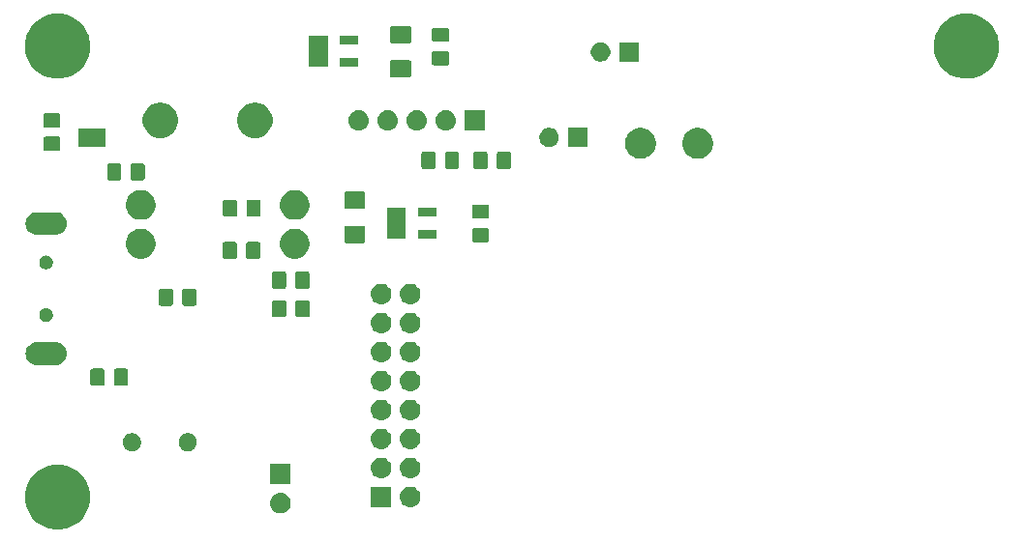
<source format=gbr>
G04 #@! TF.GenerationSoftware,KiCad,Pcbnew,(5.1.2)-1*
G04 #@! TF.CreationDate,2021-12-05T16:11:18-08:00*
G04 #@! TF.ProjectId,telemetry_receiver,74656c65-6d65-4747-9279-5f7265636569,rev?*
G04 #@! TF.SameCoordinates,Original*
G04 #@! TF.FileFunction,Soldermask,Bot*
G04 #@! TF.FilePolarity,Negative*
%FSLAX46Y46*%
G04 Gerber Fmt 4.6, Leading zero omitted, Abs format (unit mm)*
G04 Created by KiCad (PCBNEW (5.1.2)-1) date 2021-12-05 16:11:18*
%MOMM*%
%LPD*%
G04 APERTURE LIST*
%ADD10C,0.100000*%
G04 APERTURE END LIST*
D10*
G36*
X93831606Y-109758562D02*
G01*
X94350455Y-109973476D01*
X94817407Y-110285484D01*
X95214516Y-110682593D01*
X95526524Y-111149545D01*
X95741438Y-111668394D01*
X95757118Y-111747222D01*
X95847889Y-112203558D01*
X95851000Y-112219201D01*
X95851000Y-112780799D01*
X95741438Y-113331606D01*
X95526524Y-113850455D01*
X95214516Y-114317407D01*
X94817407Y-114714516D01*
X94350455Y-115026524D01*
X93831606Y-115241438D01*
X93556202Y-115296219D01*
X93280800Y-115351000D01*
X92719200Y-115351000D01*
X92443798Y-115296219D01*
X92168394Y-115241438D01*
X91649545Y-115026524D01*
X91182593Y-114714516D01*
X90785484Y-114317407D01*
X90473476Y-113850455D01*
X90258562Y-113331606D01*
X90149000Y-112780799D01*
X90149000Y-112219201D01*
X90152112Y-112203558D01*
X90242882Y-111747222D01*
X90258562Y-111668394D01*
X90473476Y-111149545D01*
X90785484Y-110682593D01*
X91182593Y-110285484D01*
X91649545Y-109973476D01*
X92168394Y-109758562D01*
X92719200Y-109649000D01*
X93280800Y-109649000D01*
X93831606Y-109758562D01*
X93831606Y-109758562D01*
G37*
G36*
X112610443Y-112145519D02*
G01*
X112676627Y-112152037D01*
X112846466Y-112203557D01*
X113002991Y-112287222D01*
X113038729Y-112316552D01*
X113140186Y-112399814D01*
X113222405Y-112500000D01*
X113252778Y-112537009D01*
X113336443Y-112693534D01*
X113387963Y-112863373D01*
X113405359Y-113040000D01*
X113387963Y-113216627D01*
X113336443Y-113386466D01*
X113252778Y-113542991D01*
X113223448Y-113578729D01*
X113140186Y-113680186D01*
X113038729Y-113763448D01*
X113002991Y-113792778D01*
X113002989Y-113792779D01*
X112895090Y-113850453D01*
X112846466Y-113876443D01*
X112676627Y-113927963D01*
X112610442Y-113934482D01*
X112544260Y-113941000D01*
X112455740Y-113941000D01*
X112389558Y-113934482D01*
X112323373Y-113927963D01*
X112153534Y-113876443D01*
X112104911Y-113850453D01*
X111997011Y-113792779D01*
X111997009Y-113792778D01*
X111961271Y-113763448D01*
X111859814Y-113680186D01*
X111776552Y-113578729D01*
X111747222Y-113542991D01*
X111663557Y-113386466D01*
X111612037Y-113216627D01*
X111594641Y-113040000D01*
X111612037Y-112863373D01*
X111663557Y-112693534D01*
X111747222Y-112537009D01*
X111777595Y-112500000D01*
X111859814Y-112399814D01*
X111961271Y-112316552D01*
X111997009Y-112287222D01*
X112153534Y-112203557D01*
X112323373Y-112152037D01*
X112389557Y-112145519D01*
X112455740Y-112139000D01*
X112544260Y-112139000D01*
X112610443Y-112145519D01*
X112610443Y-112145519D01*
G37*
G36*
X122201000Y-113401000D02*
G01*
X120399000Y-113401000D01*
X120399000Y-111599000D01*
X122201000Y-111599000D01*
X122201000Y-113401000D01*
X122201000Y-113401000D01*
G37*
G36*
X123950443Y-111605519D02*
G01*
X124016627Y-111612037D01*
X124186466Y-111663557D01*
X124342991Y-111747222D01*
X124378729Y-111776552D01*
X124480186Y-111859814D01*
X124563448Y-111961271D01*
X124592778Y-111997009D01*
X124676443Y-112153534D01*
X124727963Y-112323373D01*
X124745359Y-112500000D01*
X124727963Y-112676627D01*
X124676443Y-112846466D01*
X124592778Y-113002991D01*
X124563448Y-113038729D01*
X124480186Y-113140186D01*
X124387043Y-113216625D01*
X124342991Y-113252778D01*
X124186466Y-113336443D01*
X124016627Y-113387963D01*
X123950442Y-113394482D01*
X123884260Y-113401000D01*
X123795740Y-113401000D01*
X123729558Y-113394482D01*
X123663373Y-113387963D01*
X123493534Y-113336443D01*
X123337009Y-113252778D01*
X123292957Y-113216625D01*
X123199814Y-113140186D01*
X123116552Y-113038729D01*
X123087222Y-113002991D01*
X123003557Y-112846466D01*
X122952037Y-112676627D01*
X122934641Y-112500000D01*
X122952037Y-112323373D01*
X123003557Y-112153534D01*
X123087222Y-111997009D01*
X123116552Y-111961271D01*
X123199814Y-111859814D01*
X123301271Y-111776552D01*
X123337009Y-111747222D01*
X123493534Y-111663557D01*
X123663373Y-111612037D01*
X123729557Y-111605519D01*
X123795740Y-111599000D01*
X123884260Y-111599000D01*
X123950443Y-111605519D01*
X123950443Y-111605519D01*
G37*
G36*
X113401000Y-111401000D02*
G01*
X111599000Y-111401000D01*
X111599000Y-109599000D01*
X113401000Y-109599000D01*
X113401000Y-111401000D01*
X113401000Y-111401000D01*
G37*
G36*
X121410443Y-109065519D02*
G01*
X121476627Y-109072037D01*
X121646466Y-109123557D01*
X121802991Y-109207222D01*
X121838729Y-109236552D01*
X121940186Y-109319814D01*
X122023448Y-109421271D01*
X122052778Y-109457009D01*
X122136443Y-109613534D01*
X122187963Y-109783373D01*
X122205359Y-109960000D01*
X122187963Y-110136627D01*
X122136443Y-110306466D01*
X122052778Y-110462991D01*
X122023448Y-110498729D01*
X121940186Y-110600186D01*
X121839771Y-110682593D01*
X121802991Y-110712778D01*
X121646466Y-110796443D01*
X121476627Y-110847963D01*
X121410443Y-110854481D01*
X121344260Y-110861000D01*
X121255740Y-110861000D01*
X121189557Y-110854481D01*
X121123373Y-110847963D01*
X120953534Y-110796443D01*
X120797009Y-110712778D01*
X120760229Y-110682593D01*
X120659814Y-110600186D01*
X120576552Y-110498729D01*
X120547222Y-110462991D01*
X120463557Y-110306466D01*
X120412037Y-110136627D01*
X120394641Y-109960000D01*
X120412037Y-109783373D01*
X120463557Y-109613534D01*
X120547222Y-109457009D01*
X120576552Y-109421271D01*
X120659814Y-109319814D01*
X120761271Y-109236552D01*
X120797009Y-109207222D01*
X120953534Y-109123557D01*
X121123373Y-109072037D01*
X121189557Y-109065519D01*
X121255740Y-109059000D01*
X121344260Y-109059000D01*
X121410443Y-109065519D01*
X121410443Y-109065519D01*
G37*
G36*
X123950443Y-109065519D02*
G01*
X124016627Y-109072037D01*
X124186466Y-109123557D01*
X124342991Y-109207222D01*
X124378729Y-109236552D01*
X124480186Y-109319814D01*
X124563448Y-109421271D01*
X124592778Y-109457009D01*
X124676443Y-109613534D01*
X124727963Y-109783373D01*
X124745359Y-109960000D01*
X124727963Y-110136627D01*
X124676443Y-110306466D01*
X124592778Y-110462991D01*
X124563448Y-110498729D01*
X124480186Y-110600186D01*
X124379771Y-110682593D01*
X124342991Y-110712778D01*
X124186466Y-110796443D01*
X124016627Y-110847963D01*
X123950443Y-110854481D01*
X123884260Y-110861000D01*
X123795740Y-110861000D01*
X123729557Y-110854481D01*
X123663373Y-110847963D01*
X123493534Y-110796443D01*
X123337009Y-110712778D01*
X123300229Y-110682593D01*
X123199814Y-110600186D01*
X123116552Y-110498729D01*
X123087222Y-110462991D01*
X123003557Y-110306466D01*
X122952037Y-110136627D01*
X122934641Y-109960000D01*
X122952037Y-109783373D01*
X123003557Y-109613534D01*
X123087222Y-109457009D01*
X123116552Y-109421271D01*
X123199814Y-109319814D01*
X123301271Y-109236552D01*
X123337009Y-109207222D01*
X123493534Y-109123557D01*
X123663373Y-109072037D01*
X123729557Y-109065519D01*
X123795740Y-109059000D01*
X123884260Y-109059000D01*
X123950443Y-109065519D01*
X123950443Y-109065519D01*
G37*
G36*
X104622542Y-106933061D02*
G01*
X104768314Y-106993442D01*
X104768316Y-106993443D01*
X104899508Y-107081102D01*
X105011078Y-107192672D01*
X105044955Y-107243373D01*
X105098738Y-107323866D01*
X105159119Y-107469638D01*
X105189900Y-107624387D01*
X105189900Y-107782173D01*
X105159119Y-107936922D01*
X105108061Y-108060186D01*
X105098737Y-108082696D01*
X105011078Y-108213888D01*
X104899508Y-108325458D01*
X104768316Y-108413117D01*
X104768315Y-108413118D01*
X104768314Y-108413118D01*
X104622542Y-108473499D01*
X104467793Y-108504280D01*
X104310007Y-108504280D01*
X104155258Y-108473499D01*
X104009486Y-108413118D01*
X104009485Y-108413118D01*
X104009484Y-108413117D01*
X103878292Y-108325458D01*
X103766722Y-108213888D01*
X103679063Y-108082696D01*
X103669739Y-108060186D01*
X103618681Y-107936922D01*
X103587900Y-107782173D01*
X103587900Y-107624387D01*
X103618681Y-107469638D01*
X103679062Y-107323866D01*
X103732845Y-107243373D01*
X103766722Y-107192672D01*
X103878292Y-107081102D01*
X104009484Y-106993443D01*
X104009486Y-106993442D01*
X104155258Y-106933061D01*
X104310007Y-106902280D01*
X104467793Y-106902280D01*
X104622542Y-106933061D01*
X104622542Y-106933061D01*
G37*
G36*
X99742542Y-106933061D02*
G01*
X99888314Y-106993442D01*
X99888316Y-106993443D01*
X100019508Y-107081102D01*
X100131078Y-107192672D01*
X100164955Y-107243373D01*
X100218738Y-107323866D01*
X100279119Y-107469638D01*
X100309900Y-107624387D01*
X100309900Y-107782173D01*
X100279119Y-107936922D01*
X100228061Y-108060186D01*
X100218737Y-108082696D01*
X100131078Y-108213888D01*
X100019508Y-108325458D01*
X99888316Y-108413117D01*
X99888315Y-108413118D01*
X99888314Y-108413118D01*
X99742542Y-108473499D01*
X99587793Y-108504280D01*
X99430007Y-108504280D01*
X99275258Y-108473499D01*
X99129486Y-108413118D01*
X99129485Y-108413118D01*
X99129484Y-108413117D01*
X98998292Y-108325458D01*
X98886722Y-108213888D01*
X98799063Y-108082696D01*
X98789739Y-108060186D01*
X98738681Y-107936922D01*
X98707900Y-107782173D01*
X98707900Y-107624387D01*
X98738681Y-107469638D01*
X98799062Y-107323866D01*
X98852845Y-107243373D01*
X98886722Y-107192672D01*
X98998292Y-107081102D01*
X99129484Y-106993443D01*
X99129486Y-106993442D01*
X99275258Y-106933061D01*
X99430007Y-106902280D01*
X99587793Y-106902280D01*
X99742542Y-106933061D01*
X99742542Y-106933061D01*
G37*
G36*
X121410442Y-106525518D02*
G01*
X121476627Y-106532037D01*
X121646466Y-106583557D01*
X121802991Y-106667222D01*
X121838729Y-106696552D01*
X121940186Y-106779814D01*
X122023448Y-106881271D01*
X122052778Y-106917009D01*
X122136443Y-107073534D01*
X122187963Y-107243373D01*
X122205359Y-107420000D01*
X122187963Y-107596627D01*
X122136443Y-107766466D01*
X122052778Y-107922991D01*
X122041345Y-107936922D01*
X121940186Y-108060186D01*
X121838729Y-108143448D01*
X121802991Y-108172778D01*
X121646466Y-108256443D01*
X121476627Y-108307963D01*
X121410443Y-108314481D01*
X121344260Y-108321000D01*
X121255740Y-108321000D01*
X121189557Y-108314481D01*
X121123373Y-108307963D01*
X120953534Y-108256443D01*
X120797009Y-108172778D01*
X120761271Y-108143448D01*
X120659814Y-108060186D01*
X120558655Y-107936922D01*
X120547222Y-107922991D01*
X120463557Y-107766466D01*
X120412037Y-107596627D01*
X120394641Y-107420000D01*
X120412037Y-107243373D01*
X120463557Y-107073534D01*
X120547222Y-106917009D01*
X120576552Y-106881271D01*
X120659814Y-106779814D01*
X120761271Y-106696552D01*
X120797009Y-106667222D01*
X120953534Y-106583557D01*
X121123373Y-106532037D01*
X121189558Y-106525518D01*
X121255740Y-106519000D01*
X121344260Y-106519000D01*
X121410442Y-106525518D01*
X121410442Y-106525518D01*
G37*
G36*
X123950442Y-106525518D02*
G01*
X124016627Y-106532037D01*
X124186466Y-106583557D01*
X124342991Y-106667222D01*
X124378729Y-106696552D01*
X124480186Y-106779814D01*
X124563448Y-106881271D01*
X124592778Y-106917009D01*
X124676443Y-107073534D01*
X124727963Y-107243373D01*
X124745359Y-107420000D01*
X124727963Y-107596627D01*
X124676443Y-107766466D01*
X124592778Y-107922991D01*
X124581345Y-107936922D01*
X124480186Y-108060186D01*
X124378729Y-108143448D01*
X124342991Y-108172778D01*
X124186466Y-108256443D01*
X124016627Y-108307963D01*
X123950443Y-108314481D01*
X123884260Y-108321000D01*
X123795740Y-108321000D01*
X123729557Y-108314481D01*
X123663373Y-108307963D01*
X123493534Y-108256443D01*
X123337009Y-108172778D01*
X123301271Y-108143448D01*
X123199814Y-108060186D01*
X123098655Y-107936922D01*
X123087222Y-107922991D01*
X123003557Y-107766466D01*
X122952037Y-107596627D01*
X122934641Y-107420000D01*
X122952037Y-107243373D01*
X123003557Y-107073534D01*
X123087222Y-106917009D01*
X123116552Y-106881271D01*
X123199814Y-106779814D01*
X123301271Y-106696552D01*
X123337009Y-106667222D01*
X123493534Y-106583557D01*
X123663373Y-106532037D01*
X123729558Y-106525518D01*
X123795740Y-106519000D01*
X123884260Y-106519000D01*
X123950442Y-106525518D01*
X123950442Y-106525518D01*
G37*
G36*
X123950442Y-103985518D02*
G01*
X124016627Y-103992037D01*
X124186466Y-104043557D01*
X124342991Y-104127222D01*
X124378729Y-104156552D01*
X124480186Y-104239814D01*
X124563448Y-104341271D01*
X124592778Y-104377009D01*
X124676443Y-104533534D01*
X124727963Y-104703373D01*
X124745359Y-104880000D01*
X124727963Y-105056627D01*
X124676443Y-105226466D01*
X124592778Y-105382991D01*
X124563448Y-105418729D01*
X124480186Y-105520186D01*
X124378729Y-105603448D01*
X124342991Y-105632778D01*
X124186466Y-105716443D01*
X124016627Y-105767963D01*
X123950443Y-105774481D01*
X123884260Y-105781000D01*
X123795740Y-105781000D01*
X123729557Y-105774481D01*
X123663373Y-105767963D01*
X123493534Y-105716443D01*
X123337009Y-105632778D01*
X123301271Y-105603448D01*
X123199814Y-105520186D01*
X123116552Y-105418729D01*
X123087222Y-105382991D01*
X123003557Y-105226466D01*
X122952037Y-105056627D01*
X122934641Y-104880000D01*
X122952037Y-104703373D01*
X123003557Y-104533534D01*
X123087222Y-104377009D01*
X123116552Y-104341271D01*
X123199814Y-104239814D01*
X123301271Y-104156552D01*
X123337009Y-104127222D01*
X123493534Y-104043557D01*
X123663373Y-103992037D01*
X123729558Y-103985518D01*
X123795740Y-103979000D01*
X123884260Y-103979000D01*
X123950442Y-103985518D01*
X123950442Y-103985518D01*
G37*
G36*
X121410442Y-103985518D02*
G01*
X121476627Y-103992037D01*
X121646466Y-104043557D01*
X121802991Y-104127222D01*
X121838729Y-104156552D01*
X121940186Y-104239814D01*
X122023448Y-104341271D01*
X122052778Y-104377009D01*
X122136443Y-104533534D01*
X122187963Y-104703373D01*
X122205359Y-104880000D01*
X122187963Y-105056627D01*
X122136443Y-105226466D01*
X122052778Y-105382991D01*
X122023448Y-105418729D01*
X121940186Y-105520186D01*
X121838729Y-105603448D01*
X121802991Y-105632778D01*
X121646466Y-105716443D01*
X121476627Y-105767963D01*
X121410443Y-105774481D01*
X121344260Y-105781000D01*
X121255740Y-105781000D01*
X121189557Y-105774481D01*
X121123373Y-105767963D01*
X120953534Y-105716443D01*
X120797009Y-105632778D01*
X120761271Y-105603448D01*
X120659814Y-105520186D01*
X120576552Y-105418729D01*
X120547222Y-105382991D01*
X120463557Y-105226466D01*
X120412037Y-105056627D01*
X120394641Y-104880000D01*
X120412037Y-104703373D01*
X120463557Y-104533534D01*
X120547222Y-104377009D01*
X120576552Y-104341271D01*
X120659814Y-104239814D01*
X120761271Y-104156552D01*
X120797009Y-104127222D01*
X120953534Y-104043557D01*
X121123373Y-103992037D01*
X121189558Y-103985518D01*
X121255740Y-103979000D01*
X121344260Y-103979000D01*
X121410442Y-103985518D01*
X121410442Y-103985518D01*
G37*
G36*
X121410443Y-101445519D02*
G01*
X121476627Y-101452037D01*
X121646466Y-101503557D01*
X121802991Y-101587222D01*
X121838729Y-101616552D01*
X121940186Y-101699814D01*
X122023448Y-101801271D01*
X122052778Y-101837009D01*
X122136443Y-101993534D01*
X122187963Y-102163373D01*
X122205359Y-102340000D01*
X122187963Y-102516627D01*
X122136443Y-102686466D01*
X122052778Y-102842991D01*
X122023448Y-102878729D01*
X121940186Y-102980186D01*
X121838729Y-103063448D01*
X121802991Y-103092778D01*
X121646466Y-103176443D01*
X121476627Y-103227963D01*
X121410443Y-103234481D01*
X121344260Y-103241000D01*
X121255740Y-103241000D01*
X121189557Y-103234481D01*
X121123373Y-103227963D01*
X120953534Y-103176443D01*
X120797009Y-103092778D01*
X120761271Y-103063448D01*
X120659814Y-102980186D01*
X120576552Y-102878729D01*
X120547222Y-102842991D01*
X120463557Y-102686466D01*
X120412037Y-102516627D01*
X120394641Y-102340000D01*
X120412037Y-102163373D01*
X120463557Y-101993534D01*
X120547222Y-101837009D01*
X120576552Y-101801271D01*
X120659814Y-101699814D01*
X120761271Y-101616552D01*
X120797009Y-101587222D01*
X120953534Y-101503557D01*
X121123373Y-101452037D01*
X121189557Y-101445519D01*
X121255740Y-101439000D01*
X121344260Y-101439000D01*
X121410443Y-101445519D01*
X121410443Y-101445519D01*
G37*
G36*
X123950443Y-101445519D02*
G01*
X124016627Y-101452037D01*
X124186466Y-101503557D01*
X124342991Y-101587222D01*
X124378729Y-101616552D01*
X124480186Y-101699814D01*
X124563448Y-101801271D01*
X124592778Y-101837009D01*
X124676443Y-101993534D01*
X124727963Y-102163373D01*
X124745359Y-102340000D01*
X124727963Y-102516627D01*
X124676443Y-102686466D01*
X124592778Y-102842991D01*
X124563448Y-102878729D01*
X124480186Y-102980186D01*
X124378729Y-103063448D01*
X124342991Y-103092778D01*
X124186466Y-103176443D01*
X124016627Y-103227963D01*
X123950443Y-103234481D01*
X123884260Y-103241000D01*
X123795740Y-103241000D01*
X123729557Y-103234481D01*
X123663373Y-103227963D01*
X123493534Y-103176443D01*
X123337009Y-103092778D01*
X123301271Y-103063448D01*
X123199814Y-102980186D01*
X123116552Y-102878729D01*
X123087222Y-102842991D01*
X123003557Y-102686466D01*
X122952037Y-102516627D01*
X122934641Y-102340000D01*
X122952037Y-102163373D01*
X123003557Y-101993534D01*
X123087222Y-101837009D01*
X123116552Y-101801271D01*
X123199814Y-101699814D01*
X123301271Y-101616552D01*
X123337009Y-101587222D01*
X123493534Y-101503557D01*
X123663373Y-101452037D01*
X123729557Y-101445519D01*
X123795740Y-101439000D01*
X123884260Y-101439000D01*
X123950443Y-101445519D01*
X123950443Y-101445519D01*
G37*
G36*
X96963674Y-101253465D02*
G01*
X97001367Y-101264899D01*
X97036103Y-101283466D01*
X97066548Y-101308452D01*
X97091534Y-101338897D01*
X97110101Y-101373633D01*
X97121535Y-101411326D01*
X97126000Y-101456661D01*
X97126000Y-102543339D01*
X97121535Y-102588674D01*
X97110101Y-102626367D01*
X97091534Y-102661103D01*
X97066548Y-102691548D01*
X97036103Y-102716534D01*
X97001367Y-102735101D01*
X96963674Y-102746535D01*
X96918339Y-102751000D01*
X96081661Y-102751000D01*
X96036326Y-102746535D01*
X95998633Y-102735101D01*
X95963897Y-102716534D01*
X95933452Y-102691548D01*
X95908466Y-102661103D01*
X95889899Y-102626367D01*
X95878465Y-102588674D01*
X95874000Y-102543339D01*
X95874000Y-101456661D01*
X95878465Y-101411326D01*
X95889899Y-101373633D01*
X95908466Y-101338897D01*
X95933452Y-101308452D01*
X95963897Y-101283466D01*
X95998633Y-101264899D01*
X96036326Y-101253465D01*
X96081661Y-101249000D01*
X96918339Y-101249000D01*
X96963674Y-101253465D01*
X96963674Y-101253465D01*
G37*
G36*
X99013674Y-101253465D02*
G01*
X99051367Y-101264899D01*
X99086103Y-101283466D01*
X99116548Y-101308452D01*
X99141534Y-101338897D01*
X99160101Y-101373633D01*
X99171535Y-101411326D01*
X99176000Y-101456661D01*
X99176000Y-102543339D01*
X99171535Y-102588674D01*
X99160101Y-102626367D01*
X99141534Y-102661103D01*
X99116548Y-102691548D01*
X99086103Y-102716534D01*
X99051367Y-102735101D01*
X99013674Y-102746535D01*
X98968339Y-102751000D01*
X98131661Y-102751000D01*
X98086326Y-102746535D01*
X98048633Y-102735101D01*
X98013897Y-102716534D01*
X97983452Y-102691548D01*
X97958466Y-102661103D01*
X97939899Y-102626367D01*
X97928465Y-102588674D01*
X97924000Y-102543339D01*
X97924000Y-101456661D01*
X97928465Y-101411326D01*
X97939899Y-101373633D01*
X97958466Y-101338897D01*
X97983452Y-101308452D01*
X98013897Y-101283466D01*
X98048633Y-101264899D01*
X98086326Y-101253465D01*
X98131661Y-101249000D01*
X98968339Y-101249000D01*
X99013674Y-101253465D01*
X99013674Y-101253465D01*
G37*
G36*
X92996388Y-98952563D02*
G01*
X93185082Y-99009803D01*
X93358975Y-99102751D01*
X93511399Y-99227841D01*
X93636489Y-99380265D01*
X93729437Y-99554158D01*
X93786677Y-99742852D01*
X93806003Y-99939080D01*
X93786677Y-100135308D01*
X93729437Y-100324002D01*
X93636489Y-100497895D01*
X93511399Y-100650319D01*
X93358975Y-100775409D01*
X93185082Y-100868357D01*
X92996388Y-100925597D01*
X92849335Y-100940080D01*
X91150985Y-100940080D01*
X91003932Y-100925597D01*
X90815238Y-100868357D01*
X90641345Y-100775409D01*
X90488921Y-100650319D01*
X90363831Y-100497895D01*
X90270883Y-100324002D01*
X90213643Y-100135308D01*
X90194317Y-99939080D01*
X90213643Y-99742852D01*
X90270883Y-99554158D01*
X90363831Y-99380265D01*
X90488921Y-99227841D01*
X90641345Y-99102751D01*
X90815238Y-99009803D01*
X91003932Y-98952563D01*
X91150985Y-98938080D01*
X92849335Y-98938080D01*
X92996388Y-98952563D01*
X92996388Y-98952563D01*
G37*
G36*
X123950442Y-98905518D02*
G01*
X124016627Y-98912037D01*
X124186466Y-98963557D01*
X124342991Y-99047222D01*
X124378729Y-99076552D01*
X124480186Y-99159814D01*
X124536013Y-99227841D01*
X124592778Y-99297009D01*
X124676443Y-99453534D01*
X124727963Y-99623373D01*
X124745359Y-99800000D01*
X124727963Y-99976627D01*
X124676443Y-100146466D01*
X124592778Y-100302991D01*
X124563448Y-100338729D01*
X124480186Y-100440186D01*
X124378729Y-100523448D01*
X124342991Y-100552778D01*
X124186466Y-100636443D01*
X124016627Y-100687963D01*
X123950443Y-100694481D01*
X123884260Y-100701000D01*
X123795740Y-100701000D01*
X123729557Y-100694481D01*
X123663373Y-100687963D01*
X123493534Y-100636443D01*
X123337009Y-100552778D01*
X123301271Y-100523448D01*
X123199814Y-100440186D01*
X123116552Y-100338729D01*
X123087222Y-100302991D01*
X123003557Y-100146466D01*
X122952037Y-99976627D01*
X122934641Y-99800000D01*
X122952037Y-99623373D01*
X123003557Y-99453534D01*
X123087222Y-99297009D01*
X123143987Y-99227841D01*
X123199814Y-99159814D01*
X123301271Y-99076552D01*
X123337009Y-99047222D01*
X123493534Y-98963557D01*
X123663373Y-98912037D01*
X123729558Y-98905518D01*
X123795740Y-98899000D01*
X123884260Y-98899000D01*
X123950442Y-98905518D01*
X123950442Y-98905518D01*
G37*
G36*
X121410442Y-98905518D02*
G01*
X121476627Y-98912037D01*
X121646466Y-98963557D01*
X121802991Y-99047222D01*
X121838729Y-99076552D01*
X121940186Y-99159814D01*
X121996013Y-99227841D01*
X122052778Y-99297009D01*
X122136443Y-99453534D01*
X122187963Y-99623373D01*
X122205359Y-99800000D01*
X122187963Y-99976627D01*
X122136443Y-100146466D01*
X122052778Y-100302991D01*
X122023448Y-100338729D01*
X121940186Y-100440186D01*
X121838729Y-100523448D01*
X121802991Y-100552778D01*
X121646466Y-100636443D01*
X121476627Y-100687963D01*
X121410443Y-100694481D01*
X121344260Y-100701000D01*
X121255740Y-100701000D01*
X121189557Y-100694481D01*
X121123373Y-100687963D01*
X120953534Y-100636443D01*
X120797009Y-100552778D01*
X120761271Y-100523448D01*
X120659814Y-100440186D01*
X120576552Y-100338729D01*
X120547222Y-100302991D01*
X120463557Y-100146466D01*
X120412037Y-99976627D01*
X120394641Y-99800000D01*
X120412037Y-99623373D01*
X120463557Y-99453534D01*
X120547222Y-99297009D01*
X120603987Y-99227841D01*
X120659814Y-99159814D01*
X120761271Y-99076552D01*
X120797009Y-99047222D01*
X120953534Y-98963557D01*
X121123373Y-98912037D01*
X121189558Y-98905518D01*
X121255740Y-98899000D01*
X121344260Y-98899000D01*
X121410442Y-98905518D01*
X121410442Y-98905518D01*
G37*
G36*
X123950443Y-96365519D02*
G01*
X124016627Y-96372037D01*
X124186466Y-96423557D01*
X124342991Y-96507222D01*
X124373091Y-96531925D01*
X124480186Y-96619814D01*
X124550203Y-96705131D01*
X124592778Y-96757009D01*
X124676443Y-96913534D01*
X124727963Y-97083373D01*
X124745359Y-97260000D01*
X124727963Y-97436627D01*
X124676443Y-97606466D01*
X124592778Y-97762991D01*
X124563448Y-97798729D01*
X124480186Y-97900186D01*
X124378729Y-97983448D01*
X124342991Y-98012778D01*
X124186466Y-98096443D01*
X124016627Y-98147963D01*
X123950443Y-98154481D01*
X123884260Y-98161000D01*
X123795740Y-98161000D01*
X123729558Y-98154482D01*
X123663373Y-98147963D01*
X123493534Y-98096443D01*
X123337009Y-98012778D01*
X123301271Y-97983448D01*
X123199814Y-97900186D01*
X123116552Y-97798729D01*
X123087222Y-97762991D01*
X123003557Y-97606466D01*
X122952037Y-97436627D01*
X122934641Y-97260000D01*
X122952037Y-97083373D01*
X123003557Y-96913534D01*
X123087222Y-96757009D01*
X123129797Y-96705131D01*
X123199814Y-96619814D01*
X123306909Y-96531925D01*
X123337009Y-96507222D01*
X123493534Y-96423557D01*
X123663373Y-96372037D01*
X123729557Y-96365519D01*
X123795740Y-96359000D01*
X123884260Y-96359000D01*
X123950443Y-96365519D01*
X123950443Y-96365519D01*
G37*
G36*
X121410443Y-96365519D02*
G01*
X121476627Y-96372037D01*
X121646466Y-96423557D01*
X121802991Y-96507222D01*
X121833091Y-96531925D01*
X121940186Y-96619814D01*
X122010203Y-96705131D01*
X122052778Y-96757009D01*
X122136443Y-96913534D01*
X122187963Y-97083373D01*
X122205359Y-97260000D01*
X122187963Y-97436627D01*
X122136443Y-97606466D01*
X122052778Y-97762991D01*
X122023448Y-97798729D01*
X121940186Y-97900186D01*
X121838729Y-97983448D01*
X121802991Y-98012778D01*
X121646466Y-98096443D01*
X121476627Y-98147963D01*
X121410443Y-98154481D01*
X121344260Y-98161000D01*
X121255740Y-98161000D01*
X121189558Y-98154482D01*
X121123373Y-98147963D01*
X120953534Y-98096443D01*
X120797009Y-98012778D01*
X120761271Y-97983448D01*
X120659814Y-97900186D01*
X120576552Y-97798729D01*
X120547222Y-97762991D01*
X120463557Y-97606466D01*
X120412037Y-97436627D01*
X120394641Y-97260000D01*
X120412037Y-97083373D01*
X120463557Y-96913534D01*
X120547222Y-96757009D01*
X120589797Y-96705131D01*
X120659814Y-96619814D01*
X120766909Y-96531925D01*
X120797009Y-96507222D01*
X120953534Y-96423557D01*
X121123373Y-96372037D01*
X121189557Y-96365519D01*
X121255740Y-96359000D01*
X121344260Y-96359000D01*
X121410443Y-96365519D01*
X121410443Y-96365519D01*
G37*
G36*
X92136761Y-95953477D02*
G01*
X92175465Y-95961176D01*
X92207500Y-95974445D01*
X92284840Y-96006480D01*
X92383275Y-96072253D01*
X92466987Y-96155965D01*
X92532760Y-96254400D01*
X92578064Y-96363776D01*
X92601160Y-96479885D01*
X92601160Y-96598275D01*
X92596875Y-96619815D01*
X92578064Y-96714385D01*
X92571479Y-96730282D01*
X92532760Y-96823760D01*
X92466987Y-96922195D01*
X92383275Y-97005907D01*
X92284840Y-97071680D01*
X92207500Y-97103715D01*
X92175465Y-97116984D01*
X92136761Y-97124683D01*
X92059355Y-97140080D01*
X91940965Y-97140080D01*
X91863559Y-97124683D01*
X91824855Y-97116984D01*
X91792820Y-97103715D01*
X91715480Y-97071680D01*
X91617045Y-97005907D01*
X91533333Y-96922195D01*
X91467560Y-96823760D01*
X91428841Y-96730282D01*
X91422256Y-96714385D01*
X91403445Y-96619815D01*
X91399160Y-96598275D01*
X91399160Y-96479885D01*
X91422256Y-96363776D01*
X91467560Y-96254400D01*
X91533333Y-96155965D01*
X91617045Y-96072253D01*
X91715480Y-96006480D01*
X91792820Y-95974445D01*
X91824855Y-95961176D01*
X91863559Y-95953477D01*
X91940965Y-95938080D01*
X92059355Y-95938080D01*
X92136761Y-95953477D01*
X92136761Y-95953477D01*
G37*
G36*
X112849554Y-95253465D02*
G01*
X112887247Y-95264899D01*
X112921983Y-95283466D01*
X112952428Y-95308452D01*
X112977414Y-95338897D01*
X112995981Y-95373633D01*
X113007415Y-95411326D01*
X113011880Y-95456661D01*
X113011880Y-96543339D01*
X113007415Y-96588674D01*
X112995981Y-96626367D01*
X112977414Y-96661103D01*
X112952428Y-96691548D01*
X112921983Y-96716534D01*
X112887247Y-96735101D01*
X112849554Y-96746535D01*
X112804219Y-96751000D01*
X111967541Y-96751000D01*
X111922206Y-96746535D01*
X111884513Y-96735101D01*
X111849777Y-96716534D01*
X111819332Y-96691548D01*
X111794346Y-96661103D01*
X111775779Y-96626367D01*
X111764345Y-96588674D01*
X111759880Y-96543339D01*
X111759880Y-95456661D01*
X111764345Y-95411326D01*
X111775779Y-95373633D01*
X111794346Y-95338897D01*
X111819332Y-95308452D01*
X111849777Y-95283466D01*
X111884513Y-95264899D01*
X111922206Y-95253465D01*
X111967541Y-95249000D01*
X112804219Y-95249000D01*
X112849554Y-95253465D01*
X112849554Y-95253465D01*
G37*
G36*
X114899554Y-95253465D02*
G01*
X114937247Y-95264899D01*
X114971983Y-95283466D01*
X115002428Y-95308452D01*
X115027414Y-95338897D01*
X115045981Y-95373633D01*
X115057415Y-95411326D01*
X115061880Y-95456661D01*
X115061880Y-96543339D01*
X115057415Y-96588674D01*
X115045981Y-96626367D01*
X115027414Y-96661103D01*
X115002428Y-96691548D01*
X114971983Y-96716534D01*
X114937247Y-96735101D01*
X114899554Y-96746535D01*
X114854219Y-96751000D01*
X114017541Y-96751000D01*
X113972206Y-96746535D01*
X113934513Y-96735101D01*
X113899777Y-96716534D01*
X113869332Y-96691548D01*
X113844346Y-96661103D01*
X113825779Y-96626367D01*
X113814345Y-96588674D01*
X113809880Y-96543339D01*
X113809880Y-95456661D01*
X113814345Y-95411326D01*
X113825779Y-95373633D01*
X113844346Y-95338897D01*
X113869332Y-95308452D01*
X113899777Y-95283466D01*
X113934513Y-95264899D01*
X113972206Y-95253465D01*
X114017541Y-95249000D01*
X114854219Y-95249000D01*
X114899554Y-95253465D01*
X114899554Y-95253465D01*
G37*
G36*
X104988674Y-94253465D02*
G01*
X105026367Y-94264899D01*
X105061103Y-94283466D01*
X105091548Y-94308452D01*
X105116534Y-94338897D01*
X105135101Y-94373633D01*
X105146535Y-94411326D01*
X105151000Y-94456661D01*
X105151000Y-95543339D01*
X105146535Y-95588674D01*
X105135101Y-95626367D01*
X105116534Y-95661103D01*
X105091548Y-95691548D01*
X105061103Y-95716534D01*
X105026367Y-95735101D01*
X104988674Y-95746535D01*
X104943339Y-95751000D01*
X104106661Y-95751000D01*
X104061326Y-95746535D01*
X104023633Y-95735101D01*
X103988897Y-95716534D01*
X103958452Y-95691548D01*
X103933466Y-95661103D01*
X103914899Y-95626367D01*
X103903465Y-95588674D01*
X103899000Y-95543339D01*
X103899000Y-94456661D01*
X103903465Y-94411326D01*
X103914899Y-94373633D01*
X103933466Y-94338897D01*
X103958452Y-94308452D01*
X103988897Y-94283466D01*
X104023633Y-94264899D01*
X104061326Y-94253465D01*
X104106661Y-94249000D01*
X104943339Y-94249000D01*
X104988674Y-94253465D01*
X104988674Y-94253465D01*
G37*
G36*
X102938674Y-94253465D02*
G01*
X102976367Y-94264899D01*
X103011103Y-94283466D01*
X103041548Y-94308452D01*
X103066534Y-94338897D01*
X103085101Y-94373633D01*
X103096535Y-94411326D01*
X103101000Y-94456661D01*
X103101000Y-95543339D01*
X103096535Y-95588674D01*
X103085101Y-95626367D01*
X103066534Y-95661103D01*
X103041548Y-95691548D01*
X103011103Y-95716534D01*
X102976367Y-95735101D01*
X102938674Y-95746535D01*
X102893339Y-95751000D01*
X102056661Y-95751000D01*
X102011326Y-95746535D01*
X101973633Y-95735101D01*
X101938897Y-95716534D01*
X101908452Y-95691548D01*
X101883466Y-95661103D01*
X101864899Y-95626367D01*
X101853465Y-95588674D01*
X101849000Y-95543339D01*
X101849000Y-94456661D01*
X101853465Y-94411326D01*
X101864899Y-94373633D01*
X101883466Y-94338897D01*
X101908452Y-94308452D01*
X101938897Y-94283466D01*
X101973633Y-94264899D01*
X102011326Y-94253465D01*
X102056661Y-94249000D01*
X102893339Y-94249000D01*
X102938674Y-94253465D01*
X102938674Y-94253465D01*
G37*
G36*
X123950442Y-93825518D02*
G01*
X124016627Y-93832037D01*
X124186466Y-93883557D01*
X124342991Y-93967222D01*
X124378729Y-93996552D01*
X124480186Y-94079814D01*
X124546897Y-94161103D01*
X124592778Y-94217009D01*
X124676443Y-94373534D01*
X124727963Y-94543373D01*
X124745359Y-94720000D01*
X124727963Y-94896627D01*
X124676443Y-95066466D01*
X124592778Y-95222991D01*
X124571433Y-95249000D01*
X124480186Y-95360186D01*
X124378729Y-95443448D01*
X124342991Y-95472778D01*
X124186466Y-95556443D01*
X124016627Y-95607963D01*
X123950442Y-95614482D01*
X123884260Y-95621000D01*
X123795740Y-95621000D01*
X123729558Y-95614482D01*
X123663373Y-95607963D01*
X123493534Y-95556443D01*
X123337009Y-95472778D01*
X123301271Y-95443448D01*
X123199814Y-95360186D01*
X123108567Y-95249000D01*
X123087222Y-95222991D01*
X123003557Y-95066466D01*
X122952037Y-94896627D01*
X122934641Y-94720000D01*
X122952037Y-94543373D01*
X123003557Y-94373534D01*
X123087222Y-94217009D01*
X123133103Y-94161103D01*
X123199814Y-94079814D01*
X123301271Y-93996552D01*
X123337009Y-93967222D01*
X123493534Y-93883557D01*
X123663373Y-93832037D01*
X123729558Y-93825518D01*
X123795740Y-93819000D01*
X123884260Y-93819000D01*
X123950442Y-93825518D01*
X123950442Y-93825518D01*
G37*
G36*
X121410442Y-93825518D02*
G01*
X121476627Y-93832037D01*
X121646466Y-93883557D01*
X121802991Y-93967222D01*
X121838729Y-93996552D01*
X121940186Y-94079814D01*
X122006897Y-94161103D01*
X122052778Y-94217009D01*
X122136443Y-94373534D01*
X122187963Y-94543373D01*
X122205359Y-94720000D01*
X122187963Y-94896627D01*
X122136443Y-95066466D01*
X122052778Y-95222991D01*
X122031433Y-95249000D01*
X121940186Y-95360186D01*
X121838729Y-95443448D01*
X121802991Y-95472778D01*
X121646466Y-95556443D01*
X121476627Y-95607963D01*
X121410442Y-95614482D01*
X121344260Y-95621000D01*
X121255740Y-95621000D01*
X121189558Y-95614482D01*
X121123373Y-95607963D01*
X120953534Y-95556443D01*
X120797009Y-95472778D01*
X120761271Y-95443448D01*
X120659814Y-95360186D01*
X120568567Y-95249000D01*
X120547222Y-95222991D01*
X120463557Y-95066466D01*
X120412037Y-94896627D01*
X120394641Y-94720000D01*
X120412037Y-94543373D01*
X120463557Y-94373534D01*
X120547222Y-94217009D01*
X120593103Y-94161103D01*
X120659814Y-94079814D01*
X120761271Y-93996552D01*
X120797009Y-93967222D01*
X120953534Y-93883557D01*
X121123373Y-93832037D01*
X121189558Y-93825518D01*
X121255740Y-93819000D01*
X121344260Y-93819000D01*
X121410442Y-93825518D01*
X121410442Y-93825518D01*
G37*
G36*
X112836474Y-92753465D02*
G01*
X112874167Y-92764899D01*
X112908903Y-92783466D01*
X112939348Y-92808452D01*
X112964334Y-92838897D01*
X112982901Y-92873633D01*
X112994335Y-92911326D01*
X112998800Y-92956661D01*
X112998800Y-94043339D01*
X112994335Y-94088674D01*
X112982901Y-94126367D01*
X112964334Y-94161103D01*
X112939348Y-94191548D01*
X112908903Y-94216534D01*
X112874167Y-94235101D01*
X112836474Y-94246535D01*
X112791139Y-94251000D01*
X111954461Y-94251000D01*
X111909126Y-94246535D01*
X111871433Y-94235101D01*
X111836697Y-94216534D01*
X111806252Y-94191548D01*
X111781266Y-94161103D01*
X111762699Y-94126367D01*
X111751265Y-94088674D01*
X111746800Y-94043339D01*
X111746800Y-92956661D01*
X111751265Y-92911326D01*
X111762699Y-92873633D01*
X111781266Y-92838897D01*
X111806252Y-92808452D01*
X111836697Y-92783466D01*
X111871433Y-92764899D01*
X111909126Y-92753465D01*
X111954461Y-92749000D01*
X112791139Y-92749000D01*
X112836474Y-92753465D01*
X112836474Y-92753465D01*
G37*
G36*
X114886474Y-92753465D02*
G01*
X114924167Y-92764899D01*
X114958903Y-92783466D01*
X114989348Y-92808452D01*
X115014334Y-92838897D01*
X115032901Y-92873633D01*
X115044335Y-92911326D01*
X115048800Y-92956661D01*
X115048800Y-94043339D01*
X115044335Y-94088674D01*
X115032901Y-94126367D01*
X115014334Y-94161103D01*
X114989348Y-94191548D01*
X114958903Y-94216534D01*
X114924167Y-94235101D01*
X114886474Y-94246535D01*
X114841139Y-94251000D01*
X114004461Y-94251000D01*
X113959126Y-94246535D01*
X113921433Y-94235101D01*
X113886697Y-94216534D01*
X113856252Y-94191548D01*
X113831266Y-94161103D01*
X113812699Y-94126367D01*
X113801265Y-94088674D01*
X113796800Y-94043339D01*
X113796800Y-92956661D01*
X113801265Y-92911326D01*
X113812699Y-92873633D01*
X113831266Y-92838897D01*
X113856252Y-92808452D01*
X113886697Y-92783466D01*
X113921433Y-92764899D01*
X113959126Y-92753465D01*
X114004461Y-92749000D01*
X114841139Y-92749000D01*
X114886474Y-92753465D01*
X114886474Y-92753465D01*
G37*
G36*
X92136761Y-91353477D02*
G01*
X92175465Y-91361176D01*
X92207500Y-91374445D01*
X92284840Y-91406480D01*
X92383275Y-91472253D01*
X92466987Y-91555965D01*
X92532760Y-91654400D01*
X92578064Y-91763776D01*
X92601160Y-91879885D01*
X92601160Y-91998275D01*
X92578064Y-92114384D01*
X92532760Y-92223760D01*
X92466987Y-92322195D01*
X92383275Y-92405907D01*
X92284840Y-92471680D01*
X92207500Y-92503715D01*
X92175465Y-92516984D01*
X92136761Y-92524683D01*
X92059355Y-92540080D01*
X91940965Y-92540080D01*
X91863559Y-92524683D01*
X91824855Y-92516984D01*
X91792820Y-92503715D01*
X91715480Y-92471680D01*
X91617045Y-92405907D01*
X91533333Y-92322195D01*
X91467560Y-92223760D01*
X91422256Y-92114384D01*
X91399160Y-91998275D01*
X91399160Y-91879885D01*
X91422256Y-91763776D01*
X91467560Y-91654400D01*
X91533333Y-91555965D01*
X91617045Y-91472253D01*
X91715480Y-91406480D01*
X91792820Y-91374445D01*
X91824855Y-91361176D01*
X91863559Y-91353477D01*
X91940965Y-91338080D01*
X92059355Y-91338080D01*
X92136761Y-91353477D01*
X92136761Y-91353477D01*
G37*
G36*
X108527794Y-90149345D02*
G01*
X108565487Y-90160779D01*
X108600223Y-90179346D01*
X108630668Y-90204332D01*
X108655654Y-90234777D01*
X108674221Y-90269513D01*
X108685655Y-90307206D01*
X108690120Y-90352541D01*
X108690120Y-91439219D01*
X108685655Y-91484554D01*
X108674221Y-91522247D01*
X108655654Y-91556983D01*
X108630668Y-91587428D01*
X108600223Y-91612414D01*
X108565487Y-91630981D01*
X108527794Y-91642415D01*
X108482459Y-91646880D01*
X107645781Y-91646880D01*
X107600446Y-91642415D01*
X107562753Y-91630981D01*
X107528017Y-91612414D01*
X107497572Y-91587428D01*
X107472586Y-91556983D01*
X107454019Y-91522247D01*
X107442585Y-91484554D01*
X107438120Y-91439219D01*
X107438120Y-90352541D01*
X107442585Y-90307206D01*
X107454019Y-90269513D01*
X107472586Y-90234777D01*
X107497572Y-90204332D01*
X107528017Y-90179346D01*
X107562753Y-90160779D01*
X107600446Y-90149345D01*
X107645781Y-90144880D01*
X108482459Y-90144880D01*
X108527794Y-90149345D01*
X108527794Y-90149345D01*
G37*
G36*
X110577794Y-90149345D02*
G01*
X110615487Y-90160779D01*
X110650223Y-90179346D01*
X110680668Y-90204332D01*
X110705654Y-90234777D01*
X110724221Y-90269513D01*
X110735655Y-90307206D01*
X110740120Y-90352541D01*
X110740120Y-91439219D01*
X110735655Y-91484554D01*
X110724221Y-91522247D01*
X110705654Y-91556983D01*
X110680668Y-91587428D01*
X110650223Y-91612414D01*
X110615487Y-91630981D01*
X110577794Y-91642415D01*
X110532459Y-91646880D01*
X109695781Y-91646880D01*
X109650446Y-91642415D01*
X109612753Y-91630981D01*
X109578017Y-91612414D01*
X109547572Y-91587428D01*
X109522586Y-91556983D01*
X109504019Y-91522247D01*
X109492585Y-91484554D01*
X109488120Y-91439219D01*
X109488120Y-90352541D01*
X109492585Y-90307206D01*
X109504019Y-90269513D01*
X109522586Y-90234777D01*
X109547572Y-90204332D01*
X109578017Y-90179346D01*
X109612753Y-90160779D01*
X109650446Y-90149345D01*
X109695781Y-90144880D01*
X110532459Y-90144880D01*
X110577794Y-90149345D01*
X110577794Y-90149345D01*
G37*
G36*
X114123287Y-89052956D02*
G01*
X114360053Y-89151028D01*
X114360055Y-89151029D01*
X114427618Y-89196173D01*
X114573139Y-89293407D01*
X114754353Y-89474621D01*
X114896732Y-89687707D01*
X114994804Y-89924473D01*
X115044800Y-90175821D01*
X115044800Y-90432099D01*
X114994804Y-90683447D01*
X114896732Y-90920213D01*
X114896731Y-90920215D01*
X114754353Y-91133299D01*
X114573139Y-91314513D01*
X114360055Y-91456891D01*
X114360054Y-91456892D01*
X114360053Y-91456892D01*
X114123287Y-91554964D01*
X113871939Y-91604960D01*
X113615661Y-91604960D01*
X113364313Y-91554964D01*
X113127547Y-91456892D01*
X113127546Y-91456892D01*
X113127545Y-91456891D01*
X112914461Y-91314513D01*
X112733247Y-91133299D01*
X112590869Y-90920215D01*
X112590868Y-90920213D01*
X112492796Y-90683447D01*
X112442800Y-90432099D01*
X112442800Y-90175821D01*
X112492796Y-89924473D01*
X112590868Y-89687707D01*
X112733247Y-89474621D01*
X112914461Y-89293407D01*
X113059982Y-89196173D01*
X113127545Y-89151029D01*
X113127547Y-89151028D01*
X113364313Y-89052956D01*
X113615661Y-89002960D01*
X113871939Y-89002960D01*
X114123287Y-89052956D01*
X114123287Y-89052956D01*
G37*
G36*
X100653287Y-89052956D02*
G01*
X100890053Y-89151028D01*
X100890055Y-89151029D01*
X100957618Y-89196173D01*
X101103139Y-89293407D01*
X101284353Y-89474621D01*
X101426732Y-89687707D01*
X101524804Y-89924473D01*
X101574800Y-90175821D01*
X101574800Y-90432099D01*
X101524804Y-90683447D01*
X101426732Y-90920213D01*
X101426731Y-90920215D01*
X101284353Y-91133299D01*
X101103139Y-91314513D01*
X100890055Y-91456891D01*
X100890054Y-91456892D01*
X100890053Y-91456892D01*
X100653287Y-91554964D01*
X100401939Y-91604960D01*
X100145661Y-91604960D01*
X99894313Y-91554964D01*
X99657547Y-91456892D01*
X99657546Y-91456892D01*
X99657545Y-91456891D01*
X99444461Y-91314513D01*
X99263247Y-91133299D01*
X99120869Y-90920215D01*
X99120868Y-90920213D01*
X99022796Y-90683447D01*
X98972800Y-90432099D01*
X98972800Y-90175821D01*
X99022796Y-89924473D01*
X99120868Y-89687707D01*
X99263247Y-89474621D01*
X99444461Y-89293407D01*
X99589982Y-89196173D01*
X99657545Y-89151029D01*
X99657547Y-89151028D01*
X99894313Y-89052956D01*
X100145661Y-89002960D01*
X100401939Y-89002960D01*
X100653287Y-89052956D01*
X100653287Y-89052956D01*
G37*
G36*
X119775562Y-88728181D02*
G01*
X119810481Y-88738774D01*
X119842663Y-88755976D01*
X119870873Y-88779127D01*
X119894024Y-88807337D01*
X119911226Y-88839519D01*
X119921819Y-88874438D01*
X119926000Y-88916895D01*
X119926000Y-90058105D01*
X119921819Y-90100562D01*
X119911226Y-90135481D01*
X119894024Y-90167663D01*
X119870873Y-90195873D01*
X119842663Y-90219024D01*
X119810481Y-90236226D01*
X119775562Y-90246819D01*
X119733105Y-90251000D01*
X118266895Y-90251000D01*
X118224438Y-90246819D01*
X118189519Y-90236226D01*
X118157337Y-90219024D01*
X118129127Y-90195873D01*
X118105976Y-90167663D01*
X118088774Y-90135481D01*
X118078181Y-90100562D01*
X118074000Y-90058105D01*
X118074000Y-88916895D01*
X118078181Y-88874438D01*
X118088774Y-88839519D01*
X118105976Y-88807337D01*
X118129127Y-88779127D01*
X118157337Y-88755976D01*
X118189519Y-88738774D01*
X118224438Y-88728181D01*
X118266895Y-88724000D01*
X119733105Y-88724000D01*
X119775562Y-88728181D01*
X119775562Y-88728181D01*
G37*
G36*
X130588674Y-88928465D02*
G01*
X130626367Y-88939899D01*
X130661103Y-88958466D01*
X130691548Y-88983452D01*
X130716534Y-89013897D01*
X130735101Y-89048633D01*
X130746535Y-89086326D01*
X130751000Y-89131661D01*
X130751000Y-89968339D01*
X130746535Y-90013674D01*
X130735101Y-90051367D01*
X130716534Y-90086103D01*
X130691548Y-90116548D01*
X130661103Y-90141534D01*
X130626367Y-90160101D01*
X130588674Y-90171535D01*
X130543339Y-90176000D01*
X129456661Y-90176000D01*
X129411326Y-90171535D01*
X129373633Y-90160101D01*
X129338897Y-90141534D01*
X129308452Y-90116548D01*
X129283466Y-90086103D01*
X129264899Y-90051367D01*
X129253465Y-90013674D01*
X129249000Y-89968339D01*
X129249000Y-89131661D01*
X129253465Y-89086326D01*
X129264899Y-89048633D01*
X129283466Y-89013897D01*
X129308452Y-88983452D01*
X129338897Y-88958466D01*
X129373633Y-88939899D01*
X129411326Y-88928465D01*
X129456661Y-88924000D01*
X130543339Y-88924000D01*
X130588674Y-88928465D01*
X130588674Y-88928465D01*
G37*
G36*
X126181000Y-89826000D02*
G01*
X124519000Y-89826000D01*
X124519000Y-89074000D01*
X126181000Y-89074000D01*
X126181000Y-89826000D01*
X126181000Y-89826000D01*
G37*
G36*
X123481000Y-89826000D02*
G01*
X121819000Y-89826000D01*
X121819000Y-87174000D01*
X123481000Y-87174000D01*
X123481000Y-89826000D01*
X123481000Y-89826000D01*
G37*
G36*
X92996388Y-87552563D02*
G01*
X93185082Y-87609803D01*
X93358975Y-87702751D01*
X93511399Y-87827841D01*
X93636489Y-87980265D01*
X93729437Y-88154158D01*
X93729438Y-88154161D01*
X93740092Y-88189284D01*
X93786677Y-88342852D01*
X93806003Y-88539080D01*
X93786677Y-88735308D01*
X93729438Y-88924000D01*
X93636489Y-89097895D01*
X93511399Y-89250319D01*
X93358975Y-89375409D01*
X93185082Y-89468357D01*
X93185079Y-89468358D01*
X93149956Y-89479012D01*
X92996388Y-89525597D01*
X92849335Y-89540080D01*
X91150985Y-89540080D01*
X91003932Y-89525597D01*
X90850364Y-89479012D01*
X90815241Y-89468358D01*
X90815238Y-89468357D01*
X90641345Y-89375409D01*
X90488921Y-89250319D01*
X90363831Y-89097895D01*
X90270882Y-88924000D01*
X90213643Y-88735308D01*
X90194317Y-88539080D01*
X90213643Y-88342852D01*
X90260228Y-88189284D01*
X90270882Y-88154161D01*
X90270883Y-88154158D01*
X90363831Y-87980265D01*
X90488921Y-87827841D01*
X90641345Y-87702751D01*
X90815238Y-87609803D01*
X91003932Y-87552563D01*
X91150985Y-87538080D01*
X92849335Y-87538080D01*
X92996388Y-87552563D01*
X92996388Y-87552563D01*
G37*
G36*
X114123287Y-85652956D02*
G01*
X114355157Y-85749000D01*
X114360055Y-85751029D01*
X114481741Y-85832337D01*
X114573139Y-85893407D01*
X114754353Y-86074621D01*
X114896732Y-86287707D01*
X114994804Y-86524473D01*
X115044800Y-86775821D01*
X115044800Y-87032099D01*
X114994804Y-87283447D01*
X114896732Y-87520213D01*
X114896731Y-87520215D01*
X114754353Y-87733299D01*
X114573139Y-87914513D01*
X114360055Y-88056891D01*
X114360054Y-88056892D01*
X114360053Y-88056892D01*
X114123287Y-88154964D01*
X113871939Y-88204960D01*
X113615661Y-88204960D01*
X113364313Y-88154964D01*
X113127547Y-88056892D01*
X113127546Y-88056892D01*
X113127545Y-88056891D01*
X112914461Y-87914513D01*
X112733247Y-87733299D01*
X112590869Y-87520215D01*
X112590868Y-87520213D01*
X112492796Y-87283447D01*
X112442800Y-87032099D01*
X112442800Y-86775821D01*
X112492796Y-86524473D01*
X112590868Y-86287707D01*
X112733247Y-86074621D01*
X112914461Y-85893407D01*
X113005859Y-85832337D01*
X113127545Y-85751029D01*
X113132443Y-85749000D01*
X113364313Y-85652956D01*
X113615661Y-85602960D01*
X113871939Y-85602960D01*
X114123287Y-85652956D01*
X114123287Y-85652956D01*
G37*
G36*
X100653287Y-85652956D02*
G01*
X100885157Y-85749000D01*
X100890055Y-85751029D01*
X101011741Y-85832337D01*
X101103139Y-85893407D01*
X101284353Y-86074621D01*
X101426732Y-86287707D01*
X101524804Y-86524473D01*
X101574800Y-86775821D01*
X101574800Y-87032099D01*
X101524804Y-87283447D01*
X101426732Y-87520213D01*
X101426731Y-87520215D01*
X101284353Y-87733299D01*
X101103139Y-87914513D01*
X100890055Y-88056891D01*
X100890054Y-88056892D01*
X100890053Y-88056892D01*
X100653287Y-88154964D01*
X100401939Y-88204960D01*
X100145661Y-88204960D01*
X99894313Y-88154964D01*
X99657547Y-88056892D01*
X99657546Y-88056892D01*
X99657545Y-88056891D01*
X99444461Y-87914513D01*
X99263247Y-87733299D01*
X99120869Y-87520215D01*
X99120868Y-87520213D01*
X99022796Y-87283447D01*
X98972800Y-87032099D01*
X98972800Y-86775821D01*
X99022796Y-86524473D01*
X99120868Y-86287707D01*
X99263247Y-86074621D01*
X99444461Y-85893407D01*
X99535859Y-85832337D01*
X99657545Y-85751029D01*
X99662443Y-85749000D01*
X99894313Y-85652956D01*
X100145661Y-85602960D01*
X100401939Y-85602960D01*
X100653287Y-85652956D01*
X100653287Y-85652956D01*
G37*
G36*
X130588674Y-86878465D02*
G01*
X130626367Y-86889899D01*
X130661103Y-86908466D01*
X130691548Y-86933452D01*
X130716534Y-86963897D01*
X130735101Y-86998633D01*
X130746535Y-87036326D01*
X130751000Y-87081661D01*
X130751000Y-87918339D01*
X130746535Y-87963674D01*
X130735101Y-88001367D01*
X130716534Y-88036103D01*
X130691548Y-88066548D01*
X130661103Y-88091534D01*
X130626367Y-88110101D01*
X130588674Y-88121535D01*
X130543339Y-88126000D01*
X129456661Y-88126000D01*
X129411326Y-88121535D01*
X129373633Y-88110101D01*
X129338897Y-88091534D01*
X129308452Y-88066548D01*
X129283466Y-88036103D01*
X129264899Y-88001367D01*
X129253465Y-87963674D01*
X129249000Y-87918339D01*
X129249000Y-87081661D01*
X129253465Y-87036326D01*
X129264899Y-86998633D01*
X129283466Y-86963897D01*
X129308452Y-86933452D01*
X129338897Y-86908466D01*
X129373633Y-86889899D01*
X129411326Y-86878465D01*
X129456661Y-86874000D01*
X130543339Y-86874000D01*
X130588674Y-86878465D01*
X130588674Y-86878465D01*
G37*
G36*
X110604354Y-86451105D02*
G01*
X110642047Y-86462539D01*
X110676783Y-86481106D01*
X110707228Y-86506092D01*
X110732214Y-86536537D01*
X110750781Y-86571273D01*
X110762215Y-86608966D01*
X110766680Y-86654301D01*
X110766680Y-87740979D01*
X110762215Y-87786314D01*
X110750781Y-87824007D01*
X110732214Y-87858743D01*
X110707228Y-87889188D01*
X110676783Y-87914174D01*
X110642047Y-87932741D01*
X110604354Y-87944175D01*
X110559019Y-87948640D01*
X109722341Y-87948640D01*
X109677006Y-87944175D01*
X109639313Y-87932741D01*
X109604577Y-87914174D01*
X109574132Y-87889188D01*
X109549146Y-87858743D01*
X109530579Y-87824007D01*
X109519145Y-87786314D01*
X109514680Y-87740979D01*
X109514680Y-86654301D01*
X109519145Y-86608966D01*
X109530579Y-86571273D01*
X109549146Y-86536537D01*
X109574132Y-86506092D01*
X109604577Y-86481106D01*
X109639313Y-86462539D01*
X109677006Y-86451105D01*
X109722341Y-86446640D01*
X110559019Y-86446640D01*
X110604354Y-86451105D01*
X110604354Y-86451105D01*
G37*
G36*
X108554354Y-86451105D02*
G01*
X108592047Y-86462539D01*
X108626783Y-86481106D01*
X108657228Y-86506092D01*
X108682214Y-86536537D01*
X108700781Y-86571273D01*
X108712215Y-86608966D01*
X108716680Y-86654301D01*
X108716680Y-87740979D01*
X108712215Y-87786314D01*
X108700781Y-87824007D01*
X108682214Y-87858743D01*
X108657228Y-87889188D01*
X108626783Y-87914174D01*
X108592047Y-87932741D01*
X108554354Y-87944175D01*
X108509019Y-87948640D01*
X107672341Y-87948640D01*
X107627006Y-87944175D01*
X107589313Y-87932741D01*
X107554577Y-87914174D01*
X107524132Y-87889188D01*
X107499146Y-87858743D01*
X107480579Y-87824007D01*
X107469145Y-87786314D01*
X107464680Y-87740979D01*
X107464680Y-86654301D01*
X107469145Y-86608966D01*
X107480579Y-86571273D01*
X107499146Y-86536537D01*
X107524132Y-86506092D01*
X107554577Y-86481106D01*
X107589313Y-86462539D01*
X107627006Y-86451105D01*
X107672341Y-86446640D01*
X108509019Y-86446640D01*
X108554354Y-86451105D01*
X108554354Y-86451105D01*
G37*
G36*
X126181000Y-87926000D02*
G01*
X124519000Y-87926000D01*
X124519000Y-87174000D01*
X126181000Y-87174000D01*
X126181000Y-87926000D01*
X126181000Y-87926000D01*
G37*
G36*
X119775562Y-85753181D02*
G01*
X119810481Y-85763774D01*
X119842663Y-85780976D01*
X119870873Y-85804127D01*
X119894024Y-85832337D01*
X119911226Y-85864519D01*
X119921819Y-85899438D01*
X119926000Y-85941895D01*
X119926000Y-87083105D01*
X119921819Y-87125562D01*
X119911226Y-87160481D01*
X119894024Y-87192663D01*
X119870873Y-87220873D01*
X119842663Y-87244024D01*
X119810481Y-87261226D01*
X119775562Y-87271819D01*
X119733105Y-87276000D01*
X118266895Y-87276000D01*
X118224438Y-87271819D01*
X118189519Y-87261226D01*
X118157337Y-87244024D01*
X118129127Y-87220873D01*
X118105976Y-87192663D01*
X118088774Y-87160481D01*
X118078181Y-87125562D01*
X118074000Y-87083105D01*
X118074000Y-85941895D01*
X118078181Y-85899438D01*
X118088774Y-85864519D01*
X118105976Y-85832337D01*
X118129127Y-85804127D01*
X118157337Y-85780976D01*
X118189519Y-85763774D01*
X118224438Y-85753181D01*
X118266895Y-85749000D01*
X119733105Y-85749000D01*
X119775562Y-85753181D01*
X119775562Y-85753181D01*
G37*
G36*
X100463674Y-83253465D02*
G01*
X100501367Y-83264899D01*
X100536103Y-83283466D01*
X100566548Y-83308452D01*
X100591534Y-83338897D01*
X100610101Y-83373633D01*
X100621535Y-83411326D01*
X100626000Y-83456661D01*
X100626000Y-84543339D01*
X100621535Y-84588674D01*
X100610101Y-84626367D01*
X100591534Y-84661103D01*
X100566548Y-84691548D01*
X100536103Y-84716534D01*
X100501367Y-84735101D01*
X100463674Y-84746535D01*
X100418339Y-84751000D01*
X99581661Y-84751000D01*
X99536326Y-84746535D01*
X99498633Y-84735101D01*
X99463897Y-84716534D01*
X99433452Y-84691548D01*
X99408466Y-84661103D01*
X99389899Y-84626367D01*
X99378465Y-84588674D01*
X99374000Y-84543339D01*
X99374000Y-83456661D01*
X99378465Y-83411326D01*
X99389899Y-83373633D01*
X99408466Y-83338897D01*
X99433452Y-83308452D01*
X99463897Y-83283466D01*
X99498633Y-83264899D01*
X99536326Y-83253465D01*
X99581661Y-83249000D01*
X100418339Y-83249000D01*
X100463674Y-83253465D01*
X100463674Y-83253465D01*
G37*
G36*
X98413674Y-83253465D02*
G01*
X98451367Y-83264899D01*
X98486103Y-83283466D01*
X98516548Y-83308452D01*
X98541534Y-83338897D01*
X98560101Y-83373633D01*
X98571535Y-83411326D01*
X98576000Y-83456661D01*
X98576000Y-84543339D01*
X98571535Y-84588674D01*
X98560101Y-84626367D01*
X98541534Y-84661103D01*
X98516548Y-84691548D01*
X98486103Y-84716534D01*
X98451367Y-84735101D01*
X98413674Y-84746535D01*
X98368339Y-84751000D01*
X97531661Y-84751000D01*
X97486326Y-84746535D01*
X97448633Y-84735101D01*
X97413897Y-84716534D01*
X97383452Y-84691548D01*
X97358466Y-84661103D01*
X97339899Y-84626367D01*
X97328465Y-84588674D01*
X97324000Y-84543339D01*
X97324000Y-83456661D01*
X97328465Y-83411326D01*
X97339899Y-83373633D01*
X97358466Y-83338897D01*
X97383452Y-83308452D01*
X97413897Y-83283466D01*
X97448633Y-83264899D01*
X97486326Y-83253465D01*
X97531661Y-83249000D01*
X98368339Y-83249000D01*
X98413674Y-83253465D01*
X98413674Y-83253465D01*
G37*
G36*
X130463674Y-82253465D02*
G01*
X130501367Y-82264899D01*
X130536103Y-82283466D01*
X130566548Y-82308452D01*
X130591534Y-82338897D01*
X130610101Y-82373633D01*
X130621535Y-82411326D01*
X130626000Y-82456661D01*
X130626000Y-83543339D01*
X130621535Y-83588674D01*
X130610101Y-83626367D01*
X130591534Y-83661103D01*
X130566548Y-83691548D01*
X130536103Y-83716534D01*
X130501367Y-83735101D01*
X130463674Y-83746535D01*
X130418339Y-83751000D01*
X129581661Y-83751000D01*
X129536326Y-83746535D01*
X129498633Y-83735101D01*
X129463897Y-83716534D01*
X129433452Y-83691548D01*
X129408466Y-83661103D01*
X129389899Y-83626367D01*
X129378465Y-83588674D01*
X129374000Y-83543339D01*
X129374000Y-82456661D01*
X129378465Y-82411326D01*
X129389899Y-82373633D01*
X129408466Y-82338897D01*
X129433452Y-82308452D01*
X129463897Y-82283466D01*
X129498633Y-82264899D01*
X129536326Y-82253465D01*
X129581661Y-82249000D01*
X130418339Y-82249000D01*
X130463674Y-82253465D01*
X130463674Y-82253465D01*
G37*
G36*
X125913674Y-82253465D02*
G01*
X125951367Y-82264899D01*
X125986103Y-82283466D01*
X126016548Y-82308452D01*
X126041534Y-82338897D01*
X126060101Y-82373633D01*
X126071535Y-82411326D01*
X126076000Y-82456661D01*
X126076000Y-83543339D01*
X126071535Y-83588674D01*
X126060101Y-83626367D01*
X126041534Y-83661103D01*
X126016548Y-83691548D01*
X125986103Y-83716534D01*
X125951367Y-83735101D01*
X125913674Y-83746535D01*
X125868339Y-83751000D01*
X125031661Y-83751000D01*
X124986326Y-83746535D01*
X124948633Y-83735101D01*
X124913897Y-83716534D01*
X124883452Y-83691548D01*
X124858466Y-83661103D01*
X124839899Y-83626367D01*
X124828465Y-83588674D01*
X124824000Y-83543339D01*
X124824000Y-82456661D01*
X124828465Y-82411326D01*
X124839899Y-82373633D01*
X124858466Y-82338897D01*
X124883452Y-82308452D01*
X124913897Y-82283466D01*
X124948633Y-82264899D01*
X124986326Y-82253465D01*
X125031661Y-82249000D01*
X125868339Y-82249000D01*
X125913674Y-82253465D01*
X125913674Y-82253465D01*
G37*
G36*
X127963674Y-82253465D02*
G01*
X128001367Y-82264899D01*
X128036103Y-82283466D01*
X128066548Y-82308452D01*
X128091534Y-82338897D01*
X128110101Y-82373633D01*
X128121535Y-82411326D01*
X128126000Y-82456661D01*
X128126000Y-83543339D01*
X128121535Y-83588674D01*
X128110101Y-83626367D01*
X128091534Y-83661103D01*
X128066548Y-83691548D01*
X128036103Y-83716534D01*
X128001367Y-83735101D01*
X127963674Y-83746535D01*
X127918339Y-83751000D01*
X127081661Y-83751000D01*
X127036326Y-83746535D01*
X126998633Y-83735101D01*
X126963897Y-83716534D01*
X126933452Y-83691548D01*
X126908466Y-83661103D01*
X126889899Y-83626367D01*
X126878465Y-83588674D01*
X126874000Y-83543339D01*
X126874000Y-82456661D01*
X126878465Y-82411326D01*
X126889899Y-82373633D01*
X126908466Y-82338897D01*
X126933452Y-82308452D01*
X126963897Y-82283466D01*
X126998633Y-82264899D01*
X127036326Y-82253465D01*
X127081661Y-82249000D01*
X127918339Y-82249000D01*
X127963674Y-82253465D01*
X127963674Y-82253465D01*
G37*
G36*
X132513674Y-82253465D02*
G01*
X132551367Y-82264899D01*
X132586103Y-82283466D01*
X132616548Y-82308452D01*
X132641534Y-82338897D01*
X132660101Y-82373633D01*
X132671535Y-82411326D01*
X132676000Y-82456661D01*
X132676000Y-83543339D01*
X132671535Y-83588674D01*
X132660101Y-83626367D01*
X132641534Y-83661103D01*
X132616548Y-83691548D01*
X132586103Y-83716534D01*
X132551367Y-83735101D01*
X132513674Y-83746535D01*
X132468339Y-83751000D01*
X131631661Y-83751000D01*
X131586326Y-83746535D01*
X131548633Y-83735101D01*
X131513897Y-83716534D01*
X131483452Y-83691548D01*
X131458466Y-83661103D01*
X131439899Y-83626367D01*
X131428465Y-83588674D01*
X131424000Y-83543339D01*
X131424000Y-82456661D01*
X131428465Y-82411326D01*
X131439899Y-82373633D01*
X131458466Y-82338897D01*
X131483452Y-82308452D01*
X131513897Y-82283466D01*
X131548633Y-82264899D01*
X131586326Y-82253465D01*
X131631661Y-82249000D01*
X132468339Y-82249000D01*
X132513674Y-82253465D01*
X132513674Y-82253465D01*
G37*
G36*
X149297482Y-80181705D02*
G01*
X149394072Y-80200918D01*
X149639939Y-80302759D01*
X149751328Y-80377187D01*
X149861211Y-80450609D01*
X150049391Y-80638789D01*
X150197242Y-80860063D01*
X150299082Y-81105928D01*
X150351000Y-81366937D01*
X150351000Y-81633063D01*
X150299082Y-81894072D01*
X150249542Y-82013674D01*
X150197241Y-82139939D01*
X150124368Y-82249000D01*
X150084644Y-82308452D01*
X150049390Y-82361212D01*
X149861212Y-82549390D01*
X149639939Y-82697241D01*
X149639938Y-82697242D01*
X149639937Y-82697242D01*
X149394072Y-82799082D01*
X149133063Y-82851000D01*
X148866937Y-82851000D01*
X148605928Y-82799082D01*
X148360063Y-82697242D01*
X148360062Y-82697242D01*
X148360061Y-82697241D01*
X148138788Y-82549390D01*
X147950610Y-82361212D01*
X147915357Y-82308452D01*
X147875632Y-82249000D01*
X147802759Y-82139939D01*
X147750459Y-82013674D01*
X147700918Y-81894072D01*
X147649000Y-81633063D01*
X147649000Y-81366937D01*
X147700918Y-81105928D01*
X147802758Y-80860063D01*
X147950609Y-80638789D01*
X148138789Y-80450609D01*
X148248672Y-80377187D01*
X148360061Y-80302759D01*
X148605928Y-80200918D01*
X148702518Y-80181705D01*
X148866937Y-80149000D01*
X149133063Y-80149000D01*
X149297482Y-80181705D01*
X149297482Y-80181705D01*
G37*
G36*
X144297482Y-80181705D02*
G01*
X144394072Y-80200918D01*
X144639939Y-80302759D01*
X144751328Y-80377187D01*
X144861211Y-80450609D01*
X145049391Y-80638789D01*
X145197242Y-80860063D01*
X145299082Y-81105928D01*
X145351000Y-81366937D01*
X145351000Y-81633063D01*
X145299082Y-81894072D01*
X145249542Y-82013674D01*
X145197241Y-82139939D01*
X145124368Y-82249000D01*
X145084644Y-82308452D01*
X145049390Y-82361212D01*
X144861212Y-82549390D01*
X144639939Y-82697241D01*
X144639938Y-82697242D01*
X144639937Y-82697242D01*
X144394072Y-82799082D01*
X144133063Y-82851000D01*
X143866937Y-82851000D01*
X143605928Y-82799082D01*
X143360063Y-82697242D01*
X143360062Y-82697242D01*
X143360061Y-82697241D01*
X143138788Y-82549390D01*
X142950610Y-82361212D01*
X142915357Y-82308452D01*
X142875632Y-82249000D01*
X142802759Y-82139939D01*
X142750459Y-82013674D01*
X142700918Y-81894072D01*
X142649000Y-81633063D01*
X142649000Y-81366937D01*
X142700918Y-81105928D01*
X142802758Y-80860063D01*
X142950609Y-80638789D01*
X143138789Y-80450609D01*
X143248672Y-80377187D01*
X143360061Y-80302759D01*
X143605928Y-80200918D01*
X143702518Y-80181705D01*
X143866937Y-80149000D01*
X144133063Y-80149000D01*
X144297482Y-80181705D01*
X144297482Y-80181705D01*
G37*
G36*
X93088674Y-80928465D02*
G01*
X93126367Y-80939899D01*
X93161103Y-80958466D01*
X93191548Y-80983452D01*
X93216534Y-81013897D01*
X93235101Y-81048633D01*
X93246535Y-81086326D01*
X93251000Y-81131661D01*
X93251000Y-81968339D01*
X93246535Y-82013674D01*
X93235101Y-82051367D01*
X93216534Y-82086103D01*
X93191548Y-82116548D01*
X93161103Y-82141534D01*
X93126367Y-82160101D01*
X93088674Y-82171535D01*
X93043339Y-82176000D01*
X91956661Y-82176000D01*
X91911326Y-82171535D01*
X91873633Y-82160101D01*
X91838897Y-82141534D01*
X91808452Y-82116548D01*
X91783466Y-82086103D01*
X91764899Y-82051367D01*
X91753465Y-82013674D01*
X91749000Y-81968339D01*
X91749000Y-81131661D01*
X91753465Y-81086326D01*
X91764899Y-81048633D01*
X91783466Y-81013897D01*
X91808452Y-80983452D01*
X91838897Y-80958466D01*
X91873633Y-80939899D01*
X91911326Y-80928465D01*
X91956661Y-80924000D01*
X93043339Y-80924000D01*
X93088674Y-80928465D01*
X93088674Y-80928465D01*
G37*
G36*
X136248228Y-80181703D02*
G01*
X136403100Y-80245853D01*
X136542481Y-80338985D01*
X136661015Y-80457519D01*
X136754147Y-80596900D01*
X136818297Y-80751772D01*
X136851000Y-80916184D01*
X136851000Y-81083816D01*
X136818297Y-81248228D01*
X136754147Y-81403100D01*
X136661015Y-81542481D01*
X136542481Y-81661015D01*
X136403100Y-81754147D01*
X136248228Y-81818297D01*
X136083816Y-81851000D01*
X135916184Y-81851000D01*
X135751772Y-81818297D01*
X135596900Y-81754147D01*
X135457519Y-81661015D01*
X135338985Y-81542481D01*
X135245853Y-81403100D01*
X135181703Y-81248228D01*
X135149000Y-81083816D01*
X135149000Y-80916184D01*
X135181703Y-80751772D01*
X135245853Y-80596900D01*
X135338985Y-80457519D01*
X135457519Y-80338985D01*
X135596900Y-80245853D01*
X135751772Y-80181703D01*
X135916184Y-80149000D01*
X136083816Y-80149000D01*
X136248228Y-80181703D01*
X136248228Y-80181703D01*
G37*
G36*
X139351000Y-81851000D02*
G01*
X137649000Y-81851000D01*
X137649000Y-80149000D01*
X139351000Y-80149000D01*
X139351000Y-81851000D01*
X139351000Y-81851000D01*
G37*
G36*
X97201000Y-81801000D02*
G01*
X94799000Y-81801000D01*
X94799000Y-80199000D01*
X97201000Y-80199000D01*
X97201000Y-81801000D01*
X97201000Y-81801000D01*
G37*
G36*
X102302585Y-77978802D02*
G01*
X102452410Y-78008604D01*
X102734674Y-78125521D01*
X102988705Y-78295259D01*
X103204741Y-78511295D01*
X103374479Y-78765326D01*
X103491396Y-79047590D01*
X103551000Y-79347240D01*
X103551000Y-79652760D01*
X103491396Y-79952410D01*
X103374479Y-80234674D01*
X103204741Y-80488705D01*
X102988705Y-80704741D01*
X102734674Y-80874479D01*
X102452410Y-80991396D01*
X102302585Y-81021198D01*
X102152761Y-81051000D01*
X101847239Y-81051000D01*
X101697415Y-81021198D01*
X101547590Y-80991396D01*
X101265326Y-80874479D01*
X101011295Y-80704741D01*
X100795259Y-80488705D01*
X100625521Y-80234674D01*
X100508604Y-79952410D01*
X100449000Y-79652760D01*
X100449000Y-79347240D01*
X100508604Y-79047590D01*
X100625521Y-78765326D01*
X100795259Y-78511295D01*
X101011295Y-78295259D01*
X101265326Y-78125521D01*
X101547590Y-78008604D01*
X101697415Y-77978802D01*
X101847239Y-77949000D01*
X102152761Y-77949000D01*
X102302585Y-77978802D01*
X102302585Y-77978802D01*
G37*
G36*
X110552585Y-77978802D02*
G01*
X110702410Y-78008604D01*
X110984674Y-78125521D01*
X111238705Y-78295259D01*
X111454741Y-78511295D01*
X111624479Y-78765326D01*
X111741396Y-79047590D01*
X111801000Y-79347240D01*
X111801000Y-79652760D01*
X111741396Y-79952410D01*
X111624479Y-80234674D01*
X111454741Y-80488705D01*
X111238705Y-80704741D01*
X110984674Y-80874479D01*
X110702410Y-80991396D01*
X110552585Y-81021198D01*
X110402761Y-81051000D01*
X110097239Y-81051000D01*
X109947415Y-81021198D01*
X109797590Y-80991396D01*
X109515326Y-80874479D01*
X109261295Y-80704741D01*
X109045259Y-80488705D01*
X108875521Y-80234674D01*
X108758604Y-79952410D01*
X108699000Y-79652760D01*
X108699000Y-79347240D01*
X108758604Y-79047590D01*
X108875521Y-78765326D01*
X109045259Y-78511295D01*
X109261295Y-78295259D01*
X109515326Y-78125521D01*
X109797590Y-78008604D01*
X109947415Y-77978802D01*
X110097239Y-77949000D01*
X110402761Y-77949000D01*
X110552585Y-77978802D01*
X110552585Y-77978802D01*
G37*
G36*
X119450443Y-78605519D02*
G01*
X119516627Y-78612037D01*
X119686466Y-78663557D01*
X119842991Y-78747222D01*
X119865053Y-78765328D01*
X119980186Y-78859814D01*
X120040618Y-78933452D01*
X120092778Y-78997009D01*
X120176443Y-79153534D01*
X120227963Y-79323373D01*
X120245359Y-79500000D01*
X120227963Y-79676627D01*
X120176443Y-79846466D01*
X120092778Y-80002991D01*
X120065603Y-80036103D01*
X119980186Y-80140186D01*
X119878729Y-80223448D01*
X119842991Y-80252778D01*
X119686466Y-80336443D01*
X119516627Y-80387963D01*
X119450442Y-80394482D01*
X119384260Y-80401000D01*
X119295740Y-80401000D01*
X119229558Y-80394482D01*
X119163373Y-80387963D01*
X118993534Y-80336443D01*
X118837009Y-80252778D01*
X118801271Y-80223448D01*
X118699814Y-80140186D01*
X118614397Y-80036103D01*
X118587222Y-80002991D01*
X118503557Y-79846466D01*
X118452037Y-79676627D01*
X118434641Y-79500000D01*
X118452037Y-79323373D01*
X118503557Y-79153534D01*
X118587222Y-78997009D01*
X118639382Y-78933452D01*
X118699814Y-78859814D01*
X118814947Y-78765328D01*
X118837009Y-78747222D01*
X118993534Y-78663557D01*
X119163373Y-78612037D01*
X119229557Y-78605519D01*
X119295740Y-78599000D01*
X119384260Y-78599000D01*
X119450443Y-78605519D01*
X119450443Y-78605519D01*
G37*
G36*
X130401000Y-80401000D02*
G01*
X128599000Y-80401000D01*
X128599000Y-78599000D01*
X130401000Y-78599000D01*
X130401000Y-80401000D01*
X130401000Y-80401000D01*
G37*
G36*
X127070443Y-78605519D02*
G01*
X127136627Y-78612037D01*
X127306466Y-78663557D01*
X127462991Y-78747222D01*
X127485053Y-78765328D01*
X127600186Y-78859814D01*
X127660618Y-78933452D01*
X127712778Y-78997009D01*
X127796443Y-79153534D01*
X127847963Y-79323373D01*
X127865359Y-79500000D01*
X127847963Y-79676627D01*
X127796443Y-79846466D01*
X127712778Y-80002991D01*
X127685603Y-80036103D01*
X127600186Y-80140186D01*
X127498729Y-80223448D01*
X127462991Y-80252778D01*
X127306466Y-80336443D01*
X127136627Y-80387963D01*
X127070442Y-80394482D01*
X127004260Y-80401000D01*
X126915740Y-80401000D01*
X126849558Y-80394482D01*
X126783373Y-80387963D01*
X126613534Y-80336443D01*
X126457009Y-80252778D01*
X126421271Y-80223448D01*
X126319814Y-80140186D01*
X126234397Y-80036103D01*
X126207222Y-80002991D01*
X126123557Y-79846466D01*
X126072037Y-79676627D01*
X126054641Y-79500000D01*
X126072037Y-79323373D01*
X126123557Y-79153534D01*
X126207222Y-78997009D01*
X126259382Y-78933452D01*
X126319814Y-78859814D01*
X126434947Y-78765328D01*
X126457009Y-78747222D01*
X126613534Y-78663557D01*
X126783373Y-78612037D01*
X126849557Y-78605519D01*
X126915740Y-78599000D01*
X127004260Y-78599000D01*
X127070443Y-78605519D01*
X127070443Y-78605519D01*
G37*
G36*
X124530443Y-78605519D02*
G01*
X124596627Y-78612037D01*
X124766466Y-78663557D01*
X124922991Y-78747222D01*
X124945053Y-78765328D01*
X125060186Y-78859814D01*
X125120618Y-78933452D01*
X125172778Y-78997009D01*
X125256443Y-79153534D01*
X125307963Y-79323373D01*
X125325359Y-79500000D01*
X125307963Y-79676627D01*
X125256443Y-79846466D01*
X125172778Y-80002991D01*
X125145603Y-80036103D01*
X125060186Y-80140186D01*
X124958729Y-80223448D01*
X124922991Y-80252778D01*
X124766466Y-80336443D01*
X124596627Y-80387963D01*
X124530442Y-80394482D01*
X124464260Y-80401000D01*
X124375740Y-80401000D01*
X124309558Y-80394482D01*
X124243373Y-80387963D01*
X124073534Y-80336443D01*
X123917009Y-80252778D01*
X123881271Y-80223448D01*
X123779814Y-80140186D01*
X123694397Y-80036103D01*
X123667222Y-80002991D01*
X123583557Y-79846466D01*
X123532037Y-79676627D01*
X123514641Y-79500000D01*
X123532037Y-79323373D01*
X123583557Y-79153534D01*
X123667222Y-78997009D01*
X123719382Y-78933452D01*
X123779814Y-78859814D01*
X123894947Y-78765328D01*
X123917009Y-78747222D01*
X124073534Y-78663557D01*
X124243373Y-78612037D01*
X124309557Y-78605519D01*
X124375740Y-78599000D01*
X124464260Y-78599000D01*
X124530443Y-78605519D01*
X124530443Y-78605519D01*
G37*
G36*
X121990443Y-78605519D02*
G01*
X122056627Y-78612037D01*
X122226466Y-78663557D01*
X122382991Y-78747222D01*
X122405053Y-78765328D01*
X122520186Y-78859814D01*
X122580618Y-78933452D01*
X122632778Y-78997009D01*
X122716443Y-79153534D01*
X122767963Y-79323373D01*
X122785359Y-79500000D01*
X122767963Y-79676627D01*
X122716443Y-79846466D01*
X122632778Y-80002991D01*
X122605603Y-80036103D01*
X122520186Y-80140186D01*
X122418729Y-80223448D01*
X122382991Y-80252778D01*
X122226466Y-80336443D01*
X122056627Y-80387963D01*
X121990442Y-80394482D01*
X121924260Y-80401000D01*
X121835740Y-80401000D01*
X121769558Y-80394482D01*
X121703373Y-80387963D01*
X121533534Y-80336443D01*
X121377009Y-80252778D01*
X121341271Y-80223448D01*
X121239814Y-80140186D01*
X121154397Y-80036103D01*
X121127222Y-80002991D01*
X121043557Y-79846466D01*
X120992037Y-79676627D01*
X120974641Y-79500000D01*
X120992037Y-79323373D01*
X121043557Y-79153534D01*
X121127222Y-78997009D01*
X121179382Y-78933452D01*
X121239814Y-78859814D01*
X121354947Y-78765328D01*
X121377009Y-78747222D01*
X121533534Y-78663557D01*
X121703373Y-78612037D01*
X121769557Y-78605519D01*
X121835740Y-78599000D01*
X121924260Y-78599000D01*
X121990443Y-78605519D01*
X121990443Y-78605519D01*
G37*
G36*
X93088674Y-78878465D02*
G01*
X93126367Y-78889899D01*
X93161103Y-78908466D01*
X93191548Y-78933452D01*
X93216534Y-78963897D01*
X93235101Y-78998633D01*
X93246535Y-79036326D01*
X93251000Y-79081661D01*
X93251000Y-79918339D01*
X93246535Y-79963674D01*
X93235101Y-80001367D01*
X93216534Y-80036103D01*
X93191548Y-80066548D01*
X93161103Y-80091534D01*
X93126367Y-80110101D01*
X93088674Y-80121535D01*
X93043339Y-80126000D01*
X91956661Y-80126000D01*
X91911326Y-80121535D01*
X91873633Y-80110101D01*
X91838897Y-80091534D01*
X91808452Y-80066548D01*
X91783466Y-80036103D01*
X91764899Y-80001367D01*
X91753465Y-79963674D01*
X91749000Y-79918339D01*
X91749000Y-79081661D01*
X91753465Y-79036326D01*
X91764899Y-78998633D01*
X91783466Y-78963897D01*
X91808452Y-78933452D01*
X91838897Y-78908466D01*
X91873633Y-78889899D01*
X91911326Y-78878465D01*
X91956661Y-78874000D01*
X93043339Y-78874000D01*
X93088674Y-78878465D01*
X93088674Y-78878465D01*
G37*
G36*
X173331606Y-70258562D02*
G01*
X173850455Y-70473476D01*
X174317407Y-70785484D01*
X174714516Y-71182593D01*
X175026524Y-71649545D01*
X175223049Y-72124000D01*
X175241438Y-72168395D01*
X175351000Y-72719200D01*
X175351000Y-73280800D01*
X175321475Y-73429230D01*
X175241438Y-73831606D01*
X175026524Y-74350455D01*
X174812496Y-74670770D01*
X174742184Y-74776000D01*
X174714516Y-74817407D01*
X174317407Y-75214516D01*
X173850455Y-75526524D01*
X173331606Y-75741438D01*
X173056202Y-75796219D01*
X172780800Y-75851000D01*
X172219200Y-75851000D01*
X171668394Y-75741438D01*
X171149545Y-75526524D01*
X170682593Y-75214516D01*
X170285484Y-74817407D01*
X170257817Y-74776000D01*
X170187504Y-74670770D01*
X169973476Y-74350455D01*
X169758562Y-73831606D01*
X169678525Y-73429230D01*
X169649000Y-73280800D01*
X169649000Y-72719200D01*
X169758562Y-72168395D01*
X169776951Y-72124000D01*
X169973476Y-71649545D01*
X170285484Y-71182593D01*
X170682593Y-70785484D01*
X171149545Y-70473476D01*
X171668394Y-70258562D01*
X172219200Y-70149000D01*
X172780800Y-70149000D01*
X173331606Y-70258562D01*
X173331606Y-70258562D01*
G37*
G36*
X93831606Y-70258562D02*
G01*
X94350455Y-70473476D01*
X94817407Y-70785484D01*
X95214516Y-71182593D01*
X95526524Y-71649545D01*
X95723049Y-72124000D01*
X95741438Y-72168395D01*
X95851000Y-72719200D01*
X95851000Y-73280800D01*
X95821475Y-73429230D01*
X95741438Y-73831606D01*
X95526524Y-74350455D01*
X95312496Y-74670770D01*
X95242184Y-74776000D01*
X95214516Y-74817407D01*
X94817407Y-75214516D01*
X94350455Y-75526524D01*
X93831606Y-75741438D01*
X93280800Y-75851000D01*
X92719200Y-75851000D01*
X92168394Y-75741438D01*
X91649545Y-75526524D01*
X91182593Y-75214516D01*
X90785484Y-74817407D01*
X90757817Y-74776000D01*
X90687504Y-74670770D01*
X90473476Y-74350455D01*
X90258562Y-73831606D01*
X90178525Y-73429230D01*
X90149000Y-73280800D01*
X90149000Y-72719200D01*
X90258562Y-72168395D01*
X90276951Y-72124000D01*
X90473476Y-71649545D01*
X90785484Y-71182593D01*
X91182593Y-70785484D01*
X91649545Y-70473476D01*
X92168394Y-70258562D01*
X92719200Y-70149000D01*
X93280800Y-70149000D01*
X93831606Y-70258562D01*
X93831606Y-70258562D01*
G37*
G36*
X123775562Y-74215681D02*
G01*
X123810481Y-74226274D01*
X123842663Y-74243476D01*
X123870873Y-74266627D01*
X123894024Y-74294837D01*
X123911226Y-74327019D01*
X123921819Y-74361938D01*
X123926000Y-74404395D01*
X123926000Y-75545605D01*
X123921819Y-75588062D01*
X123911226Y-75622981D01*
X123894024Y-75655163D01*
X123870873Y-75683373D01*
X123842663Y-75706524D01*
X123810481Y-75723726D01*
X123775562Y-75734319D01*
X123733105Y-75738500D01*
X122266895Y-75738500D01*
X122224438Y-75734319D01*
X122189519Y-75723726D01*
X122157337Y-75706524D01*
X122129127Y-75683373D01*
X122105976Y-75655163D01*
X122088774Y-75622981D01*
X122078181Y-75588062D01*
X122074000Y-75545605D01*
X122074000Y-74404395D01*
X122078181Y-74361938D01*
X122088774Y-74327019D01*
X122105976Y-74294837D01*
X122129127Y-74266627D01*
X122157337Y-74243476D01*
X122189519Y-74226274D01*
X122224438Y-74215681D01*
X122266895Y-74211500D01*
X123733105Y-74211500D01*
X123775562Y-74215681D01*
X123775562Y-74215681D01*
G37*
G36*
X116631000Y-74776000D02*
G01*
X114969000Y-74776000D01*
X114969000Y-72124000D01*
X116631000Y-72124000D01*
X116631000Y-74776000D01*
X116631000Y-74776000D01*
G37*
G36*
X119331000Y-74776000D02*
G01*
X117669000Y-74776000D01*
X117669000Y-74024000D01*
X119331000Y-74024000D01*
X119331000Y-74776000D01*
X119331000Y-74776000D01*
G37*
G36*
X127088674Y-73428465D02*
G01*
X127126367Y-73439899D01*
X127161103Y-73458466D01*
X127191548Y-73483452D01*
X127216534Y-73513897D01*
X127235101Y-73548633D01*
X127246535Y-73586326D01*
X127251000Y-73631661D01*
X127251000Y-74468339D01*
X127246535Y-74513674D01*
X127235101Y-74551367D01*
X127216534Y-74586103D01*
X127191548Y-74616548D01*
X127161103Y-74641534D01*
X127126367Y-74660101D01*
X127088674Y-74671535D01*
X127043339Y-74676000D01*
X125956661Y-74676000D01*
X125911326Y-74671535D01*
X125873633Y-74660101D01*
X125838897Y-74641534D01*
X125808452Y-74616548D01*
X125783466Y-74586103D01*
X125764899Y-74551367D01*
X125753465Y-74513674D01*
X125749000Y-74468339D01*
X125749000Y-73631661D01*
X125753465Y-73586326D01*
X125764899Y-73548633D01*
X125783466Y-73513897D01*
X125808452Y-73483452D01*
X125838897Y-73458466D01*
X125873633Y-73439899D01*
X125911326Y-73428465D01*
X125956661Y-73424000D01*
X127043339Y-73424000D01*
X127088674Y-73428465D01*
X127088674Y-73428465D01*
G37*
G36*
X143851000Y-74351000D02*
G01*
X142149000Y-74351000D01*
X142149000Y-72649000D01*
X143851000Y-72649000D01*
X143851000Y-74351000D01*
X143851000Y-74351000D01*
G37*
G36*
X140748228Y-72681703D02*
G01*
X140903100Y-72745853D01*
X141042481Y-72838985D01*
X141161015Y-72957519D01*
X141254147Y-73096900D01*
X141318297Y-73251772D01*
X141351000Y-73416184D01*
X141351000Y-73583816D01*
X141318297Y-73748228D01*
X141254147Y-73903100D01*
X141161015Y-74042481D01*
X141042481Y-74161015D01*
X140903100Y-74254147D01*
X140748228Y-74318297D01*
X140583816Y-74351000D01*
X140416184Y-74351000D01*
X140251772Y-74318297D01*
X140096900Y-74254147D01*
X139957519Y-74161015D01*
X139838985Y-74042481D01*
X139745853Y-73903100D01*
X139681703Y-73748228D01*
X139649000Y-73583816D01*
X139649000Y-73416184D01*
X139681703Y-73251772D01*
X139745853Y-73096900D01*
X139838985Y-72957519D01*
X139957519Y-72838985D01*
X140096900Y-72745853D01*
X140251772Y-72681703D01*
X140416184Y-72649000D01*
X140583816Y-72649000D01*
X140748228Y-72681703D01*
X140748228Y-72681703D01*
G37*
G36*
X119331000Y-72876000D02*
G01*
X117669000Y-72876000D01*
X117669000Y-72124000D01*
X119331000Y-72124000D01*
X119331000Y-72876000D01*
X119331000Y-72876000D01*
G37*
G36*
X123775562Y-71240681D02*
G01*
X123810481Y-71251274D01*
X123842663Y-71268476D01*
X123870873Y-71291627D01*
X123894024Y-71319837D01*
X123911226Y-71352019D01*
X123921819Y-71386938D01*
X123926000Y-71429395D01*
X123926000Y-72570605D01*
X123921819Y-72613062D01*
X123911226Y-72647981D01*
X123894024Y-72680163D01*
X123870873Y-72708373D01*
X123842663Y-72731524D01*
X123810481Y-72748726D01*
X123775562Y-72759319D01*
X123733105Y-72763500D01*
X122266895Y-72763500D01*
X122224438Y-72759319D01*
X122189519Y-72748726D01*
X122157337Y-72731524D01*
X122129127Y-72708373D01*
X122105976Y-72680163D01*
X122088774Y-72647981D01*
X122078181Y-72613062D01*
X122074000Y-72570605D01*
X122074000Y-71429395D01*
X122078181Y-71386938D01*
X122088774Y-71352019D01*
X122105976Y-71319837D01*
X122129127Y-71291627D01*
X122157337Y-71268476D01*
X122189519Y-71251274D01*
X122224438Y-71240681D01*
X122266895Y-71236500D01*
X123733105Y-71236500D01*
X123775562Y-71240681D01*
X123775562Y-71240681D01*
G37*
G36*
X127088674Y-71378465D02*
G01*
X127126367Y-71389899D01*
X127161103Y-71408466D01*
X127191548Y-71433452D01*
X127216534Y-71463897D01*
X127235101Y-71498633D01*
X127246535Y-71536326D01*
X127251000Y-71581661D01*
X127251000Y-72418339D01*
X127246535Y-72463674D01*
X127235101Y-72501367D01*
X127216534Y-72536103D01*
X127191548Y-72566548D01*
X127161103Y-72591534D01*
X127126367Y-72610101D01*
X127088674Y-72621535D01*
X127043339Y-72626000D01*
X125956661Y-72626000D01*
X125911326Y-72621535D01*
X125873633Y-72610101D01*
X125838897Y-72591534D01*
X125808452Y-72566548D01*
X125783466Y-72536103D01*
X125764899Y-72501367D01*
X125753465Y-72463674D01*
X125749000Y-72418339D01*
X125749000Y-71581661D01*
X125753465Y-71536326D01*
X125764899Y-71498633D01*
X125783466Y-71463897D01*
X125808452Y-71433452D01*
X125838897Y-71408466D01*
X125873633Y-71389899D01*
X125911326Y-71378465D01*
X125956661Y-71374000D01*
X127043339Y-71374000D01*
X127088674Y-71378465D01*
X127088674Y-71378465D01*
G37*
M02*

</source>
